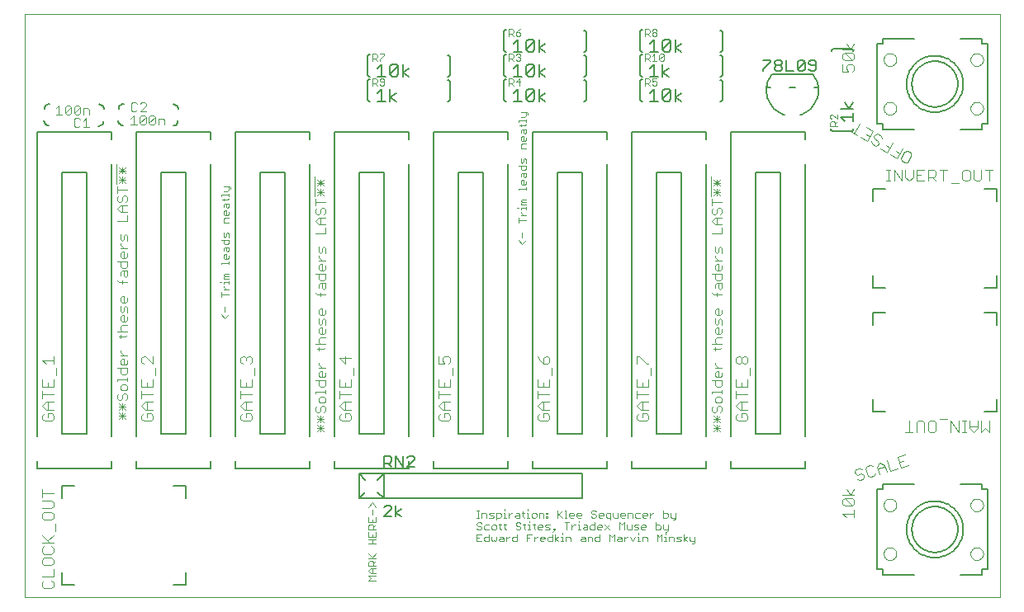
<source format=gto>
G75*
G70*
%OFA0B0*%
%FSLAX24Y24*%
%IPPOS*%
%LPD*%
%AMOC8*
5,1,8,0,0,1.08239X$1,22.5*
%
%ADD10C,0.0000*%
%ADD11C,0.0030*%
%ADD12C,0.0080*%
%ADD13C,0.0040*%
%ADD14C,0.0050*%
%ADD15C,0.0060*%
D10*
X000180Y000680D02*
X000180Y024251D01*
X039550Y024251D01*
X039550Y000680D01*
X000180Y000680D01*
D11*
X004010Y007882D02*
X004270Y008142D01*
X004270Y008269D02*
X004010Y008529D01*
X004010Y008656D02*
X004075Y008656D01*
X004140Y008721D01*
X004140Y008851D01*
X004205Y008916D01*
X004270Y008916D01*
X004335Y008851D01*
X004335Y008721D01*
X004270Y008656D01*
X004270Y008529D02*
X004010Y008269D01*
X004010Y008142D02*
X004270Y007882D01*
X004140Y007882D02*
X004140Y008142D01*
X004140Y008269D02*
X004140Y008529D01*
X004010Y008656D02*
X003945Y008721D01*
X003945Y008851D01*
X004010Y008916D01*
X004140Y009042D02*
X004270Y009042D01*
X004335Y009107D01*
X004335Y009238D01*
X004270Y009303D01*
X004140Y009303D01*
X004075Y009238D01*
X004075Y009107D01*
X004140Y009042D01*
X004335Y009429D02*
X004335Y009559D01*
X004335Y009494D02*
X003945Y009494D01*
X003945Y009429D01*
X004140Y009687D02*
X004075Y009752D01*
X004075Y009947D01*
X003945Y009947D02*
X004335Y009947D01*
X004335Y009752D01*
X004270Y009687D01*
X004140Y009687D01*
X004140Y010074D02*
X004075Y010139D01*
X004075Y010269D01*
X004140Y010334D01*
X004205Y010334D01*
X004205Y010074D01*
X004270Y010074D02*
X004140Y010074D01*
X004270Y010074D02*
X004335Y010139D01*
X004335Y010269D01*
X004335Y010460D02*
X004075Y010460D01*
X004205Y010460D02*
X004075Y010590D01*
X004075Y010656D01*
X004075Y011169D02*
X004075Y011300D01*
X004010Y011234D02*
X004270Y011234D01*
X004335Y011300D01*
X004335Y011427D02*
X003945Y011427D01*
X004075Y011492D02*
X004075Y011622D01*
X004140Y011687D01*
X004335Y011687D01*
X004270Y011814D02*
X004140Y011814D01*
X004075Y011879D01*
X004075Y012009D01*
X004140Y012074D01*
X004205Y012074D01*
X004205Y011814D01*
X004270Y011814D02*
X004335Y011879D01*
X004335Y012009D01*
X004335Y012201D02*
X004335Y012396D01*
X004270Y012461D01*
X004205Y012396D01*
X004205Y012266D01*
X004140Y012201D01*
X004075Y012266D01*
X004075Y012461D01*
X004140Y012587D02*
X004075Y012652D01*
X004075Y012783D01*
X004140Y012848D01*
X004205Y012848D01*
X004205Y012587D01*
X004270Y012587D02*
X004140Y012587D01*
X004270Y012587D02*
X004335Y012652D01*
X004335Y012783D01*
X004140Y013361D02*
X004140Y013491D01*
X004010Y013426D02*
X004335Y013426D01*
X004270Y013619D02*
X004205Y013684D01*
X004205Y013879D01*
X004140Y013879D02*
X004335Y013879D01*
X004335Y013684D01*
X004270Y013619D01*
X004075Y013684D02*
X004075Y013814D01*
X004140Y013879D01*
X004140Y014005D02*
X004075Y014070D01*
X004075Y014266D01*
X003945Y014266D02*
X004335Y014266D01*
X004335Y014070D01*
X004270Y014005D01*
X004140Y014005D01*
X004140Y014392D02*
X004075Y014457D01*
X004075Y014587D01*
X004140Y014652D01*
X004205Y014652D01*
X004205Y014392D01*
X004270Y014392D02*
X004140Y014392D01*
X004270Y014392D02*
X004335Y014457D01*
X004335Y014587D01*
X004335Y014779D02*
X004075Y014779D01*
X004205Y014779D02*
X004075Y014909D01*
X004075Y014974D01*
X004140Y015101D02*
X004075Y015166D01*
X004075Y015361D01*
X004205Y015296D02*
X004205Y015166D01*
X004140Y015101D01*
X004335Y015101D02*
X004335Y015296D01*
X004270Y015361D01*
X004205Y015296D01*
X004335Y015875D02*
X003945Y015875D01*
X004335Y015875D02*
X004335Y016135D01*
X004335Y016261D02*
X004075Y016261D01*
X003945Y016391D01*
X004075Y016522D01*
X004335Y016522D01*
X004270Y016648D02*
X004335Y016713D01*
X004335Y016843D01*
X004270Y016908D01*
X004205Y016908D01*
X004140Y016843D01*
X004140Y016713D01*
X004075Y016648D01*
X004010Y016648D01*
X003945Y016713D01*
X003945Y016843D01*
X004010Y016908D01*
X003945Y017035D02*
X003945Y017295D01*
X003885Y017407D02*
X003885Y018180D01*
X004010Y018068D02*
X004270Y017808D01*
X004270Y017682D02*
X004010Y017422D01*
X004010Y017552D02*
X004270Y017552D01*
X004270Y017422D02*
X004010Y017682D01*
X004010Y017808D02*
X004270Y018068D01*
X004270Y017938D02*
X004010Y017938D01*
X004140Y017808D02*
X004140Y018068D01*
X004140Y017682D02*
X004140Y017422D01*
X004335Y017165D02*
X003945Y017165D01*
X004140Y016522D02*
X004140Y016261D01*
X008125Y016905D02*
X008125Y016953D01*
X008415Y016953D01*
X008415Y016905D02*
X008415Y017002D01*
X008367Y017101D02*
X008415Y017150D01*
X008415Y017295D01*
X008463Y017295D02*
X008222Y017295D01*
X008222Y017101D02*
X008367Y017101D01*
X008512Y017198D02*
X008512Y017247D01*
X008463Y017295D01*
X008415Y016805D02*
X008367Y016757D01*
X008173Y016757D01*
X008222Y016709D02*
X008222Y016805D01*
X008270Y016607D02*
X008415Y016607D01*
X008415Y016462D01*
X008367Y016414D01*
X008318Y016462D01*
X008318Y016607D01*
X008270Y016607D02*
X008222Y016559D01*
X008222Y016462D01*
X008270Y016313D02*
X008318Y016313D01*
X008318Y016119D01*
X008270Y016119D02*
X008222Y016168D01*
X008222Y016264D01*
X008270Y016313D01*
X008415Y016264D02*
X008415Y016168D01*
X008367Y016119D01*
X008270Y016119D01*
X008270Y016018D02*
X008415Y016018D01*
X008270Y016018D02*
X008222Y015970D01*
X008222Y015825D01*
X008415Y015825D01*
X008367Y015429D02*
X008318Y015380D01*
X008318Y015284D01*
X008270Y015235D01*
X008222Y015284D01*
X008222Y015429D01*
X008367Y015429D02*
X008415Y015380D01*
X008415Y015235D01*
X008415Y015134D02*
X008415Y014989D01*
X008367Y014941D01*
X008270Y014941D01*
X008222Y014989D01*
X008222Y015134D01*
X008125Y015134D02*
X008415Y015134D01*
X008415Y014839D02*
X008415Y014694D01*
X008367Y014646D01*
X008318Y014694D01*
X008318Y014839D01*
X008270Y014839D02*
X008415Y014839D01*
X008270Y014839D02*
X008222Y014791D01*
X008222Y014694D01*
X008270Y014545D02*
X008318Y014545D01*
X008318Y014351D01*
X008270Y014351D02*
X008222Y014400D01*
X008222Y014496D01*
X008270Y014545D01*
X008415Y014496D02*
X008415Y014400D01*
X008367Y014351D01*
X008270Y014351D01*
X008415Y014252D02*
X008415Y014155D01*
X008415Y014203D02*
X008125Y014203D01*
X008125Y014155D01*
X008270Y013759D02*
X008415Y013759D01*
X008415Y013662D02*
X008270Y013662D01*
X008222Y013711D01*
X008270Y013759D01*
X008270Y013662D02*
X008222Y013614D01*
X008222Y013566D01*
X008415Y013566D01*
X008415Y013466D02*
X008415Y013369D01*
X008415Y013418D02*
X008222Y013418D01*
X008222Y013369D01*
X008222Y013269D02*
X008222Y013220D01*
X008318Y013124D01*
X008222Y013124D02*
X008415Y013124D01*
X008415Y012926D02*
X008125Y012926D01*
X008125Y013022D02*
X008125Y012829D01*
X008270Y012433D02*
X008270Y012240D01*
X008415Y012138D02*
X008270Y011945D01*
X008125Y012138D01*
X008076Y013418D02*
X008125Y013418D01*
X011945Y013766D02*
X012335Y013766D01*
X012335Y013570D01*
X012270Y013505D01*
X012140Y013505D01*
X012075Y013570D01*
X012075Y013766D01*
X012140Y013892D02*
X012075Y013957D01*
X012075Y014087D01*
X012140Y014152D01*
X012205Y014152D01*
X012205Y013892D01*
X012270Y013892D02*
X012140Y013892D01*
X012270Y013892D02*
X012335Y013957D01*
X012335Y014087D01*
X012335Y014279D02*
X012075Y014279D01*
X012205Y014279D02*
X012075Y014409D01*
X012075Y014474D01*
X012140Y014601D02*
X012075Y014666D01*
X012075Y014861D01*
X012205Y014796D02*
X012205Y014666D01*
X012140Y014601D01*
X012335Y014601D02*
X012335Y014796D01*
X012270Y014861D01*
X012205Y014796D01*
X012335Y015375D02*
X011945Y015375D01*
X012335Y015375D02*
X012335Y015635D01*
X012335Y015761D02*
X012075Y015761D01*
X011945Y015891D01*
X012075Y016022D01*
X012335Y016022D01*
X012270Y016148D02*
X012335Y016213D01*
X012335Y016343D01*
X012270Y016408D01*
X012205Y016408D01*
X012140Y016343D01*
X012140Y016213D01*
X012075Y016148D01*
X012010Y016148D01*
X011945Y016213D01*
X011945Y016343D01*
X012010Y016408D01*
X011945Y016535D02*
X011945Y016795D01*
X011885Y016907D02*
X011885Y017680D01*
X012010Y017568D02*
X012270Y017308D01*
X012270Y017182D02*
X012010Y016922D01*
X012010Y017052D02*
X012270Y017052D01*
X012270Y016922D02*
X012010Y017182D01*
X012010Y017308D02*
X012270Y017568D01*
X012270Y017438D02*
X012010Y017438D01*
X012140Y017308D02*
X012140Y017568D01*
X012140Y017182D02*
X012140Y016922D01*
X012335Y016665D02*
X011945Y016665D01*
X012140Y016022D02*
X012140Y015761D01*
X012140Y013379D02*
X012335Y013379D01*
X012335Y013184D01*
X012270Y013119D01*
X012205Y013184D01*
X012205Y013379D01*
X012140Y013379D02*
X012075Y013314D01*
X012075Y013184D01*
X012140Y012991D02*
X012140Y012861D01*
X012010Y012926D02*
X012335Y012926D01*
X012010Y012926D02*
X011945Y012991D01*
X012140Y012348D02*
X012205Y012348D01*
X012205Y012087D01*
X012270Y012087D02*
X012140Y012087D01*
X012075Y012152D01*
X012075Y012283D01*
X012140Y012348D01*
X012335Y012283D02*
X012335Y012152D01*
X012270Y012087D01*
X012270Y011961D02*
X012205Y011896D01*
X012205Y011766D01*
X012140Y011701D01*
X012075Y011766D01*
X012075Y011961D01*
X012270Y011961D02*
X012335Y011896D01*
X012335Y011701D01*
X012205Y011574D02*
X012205Y011314D01*
X012270Y011314D02*
X012140Y011314D01*
X012075Y011379D01*
X012075Y011509D01*
X012140Y011574D01*
X012205Y011574D01*
X012335Y011509D02*
X012335Y011379D01*
X012270Y011314D01*
X012335Y011187D02*
X012140Y011187D01*
X012075Y011122D01*
X012075Y010992D01*
X012140Y010927D01*
X012075Y010800D02*
X012075Y010669D01*
X012010Y010734D02*
X012270Y010734D01*
X012335Y010800D01*
X012335Y010927D02*
X011945Y010927D01*
X012075Y010156D02*
X012075Y010090D01*
X012205Y009960D01*
X012205Y009834D02*
X012205Y009574D01*
X012270Y009574D02*
X012140Y009574D01*
X012075Y009639D01*
X012075Y009769D01*
X012140Y009834D01*
X012205Y009834D01*
X012335Y009769D02*
X012335Y009639D01*
X012270Y009574D01*
X012335Y009447D02*
X012335Y009252D01*
X012270Y009187D01*
X012140Y009187D01*
X012075Y009252D01*
X012075Y009447D01*
X011945Y009447D02*
X012335Y009447D01*
X012335Y009059D02*
X012335Y008929D01*
X012335Y008994D02*
X011945Y008994D01*
X011945Y008929D01*
X012075Y008738D02*
X012075Y008607D01*
X012140Y008542D01*
X012270Y008542D01*
X012335Y008607D01*
X012335Y008738D01*
X012270Y008803D01*
X012140Y008803D01*
X012075Y008738D01*
X012010Y008416D02*
X011945Y008351D01*
X011945Y008221D01*
X012010Y008156D01*
X012075Y008156D01*
X012140Y008221D01*
X012140Y008351D01*
X012205Y008416D01*
X012270Y008416D01*
X012335Y008351D01*
X012335Y008221D01*
X012270Y008156D01*
X012270Y008029D02*
X012010Y007769D01*
X012010Y007642D02*
X012270Y007382D01*
X012140Y007382D02*
X012140Y007642D01*
X012140Y007769D02*
X012140Y008029D01*
X012010Y008029D02*
X012270Y007769D01*
X012270Y007642D02*
X012010Y007382D01*
X012010Y007512D02*
X012270Y007512D01*
X012270Y007899D02*
X012010Y007899D01*
X012075Y009960D02*
X012335Y009960D01*
X004270Y008399D02*
X004010Y008399D01*
X004010Y008012D02*
X004270Y008012D01*
X004140Y011427D02*
X004075Y011492D01*
X004010Y013426D02*
X003945Y013491D01*
X014219Y021364D02*
X014219Y021654D01*
X014364Y021654D01*
X014413Y021606D01*
X014413Y021509D01*
X014364Y021461D01*
X014219Y021461D01*
X014316Y021461D02*
X014413Y021364D01*
X014514Y021412D02*
X014562Y021364D01*
X014659Y021364D01*
X014707Y021412D01*
X014707Y021606D01*
X014659Y021654D01*
X014562Y021654D01*
X014514Y021606D01*
X014514Y021557D01*
X014562Y021509D01*
X014707Y021509D01*
X014514Y022364D02*
X014514Y022412D01*
X014707Y022606D01*
X014707Y022654D01*
X014514Y022654D01*
X014413Y022606D02*
X014413Y022509D01*
X014364Y022461D01*
X014219Y022461D01*
X014316Y022461D02*
X014413Y022364D01*
X014219Y022364D02*
X014219Y022654D01*
X014364Y022654D01*
X014413Y022606D01*
X019719Y022654D02*
X019719Y022364D01*
X019719Y022461D02*
X019864Y022461D01*
X019913Y022509D01*
X019913Y022606D01*
X019864Y022654D01*
X019719Y022654D01*
X019816Y022461D02*
X019913Y022364D01*
X020014Y022412D02*
X020062Y022364D01*
X020159Y022364D01*
X020207Y022412D01*
X020207Y022461D01*
X020159Y022509D01*
X020111Y022509D01*
X020159Y022509D02*
X020207Y022557D01*
X020207Y022606D01*
X020159Y022654D01*
X020062Y022654D01*
X020014Y022606D01*
X020062Y023364D02*
X020159Y023364D01*
X020207Y023412D01*
X020207Y023461D01*
X020159Y023509D01*
X020014Y023509D01*
X020014Y023412D01*
X020062Y023364D01*
X019913Y023364D02*
X019816Y023461D01*
X019864Y023461D02*
X019719Y023461D01*
X019719Y023364D02*
X019719Y023654D01*
X019864Y023654D01*
X019913Y023606D01*
X019913Y023509D01*
X019864Y023461D01*
X020014Y023509D02*
X020111Y023606D01*
X020207Y023654D01*
X020159Y021654D02*
X020014Y021509D01*
X020207Y021509D01*
X020159Y021364D02*
X020159Y021654D01*
X019913Y021606D02*
X019913Y021509D01*
X019864Y021461D01*
X019719Y021461D01*
X019816Y021461D02*
X019913Y021364D01*
X019719Y021364D02*
X019719Y021654D01*
X019864Y021654D01*
X019913Y021606D01*
X020222Y020295D02*
X020463Y020295D01*
X020512Y020247D01*
X020512Y020198D01*
X020415Y020150D02*
X020367Y020101D01*
X020222Y020101D01*
X020125Y019953D02*
X020415Y019953D01*
X020415Y019905D02*
X020415Y020002D01*
X020415Y020150D02*
X020415Y020295D01*
X020125Y019953D02*
X020125Y019905D01*
X020222Y019805D02*
X020222Y019709D01*
X020173Y019757D02*
X020367Y019757D01*
X020415Y019805D01*
X020415Y019607D02*
X020415Y019462D01*
X020367Y019414D01*
X020318Y019462D01*
X020318Y019607D01*
X020270Y019607D02*
X020415Y019607D01*
X020270Y019607D02*
X020222Y019559D01*
X020222Y019462D01*
X020270Y019313D02*
X020318Y019313D01*
X020318Y019119D01*
X020270Y019119D02*
X020222Y019168D01*
X020222Y019264D01*
X020270Y019313D01*
X020415Y019264D02*
X020415Y019168D01*
X020367Y019119D01*
X020270Y019119D01*
X020270Y019018D02*
X020415Y019018D01*
X020270Y019018D02*
X020222Y018970D01*
X020222Y018825D01*
X020415Y018825D01*
X020367Y018429D02*
X020318Y018380D01*
X020318Y018284D01*
X020270Y018235D01*
X020222Y018284D01*
X020222Y018429D01*
X020367Y018429D02*
X020415Y018380D01*
X020415Y018235D01*
X020415Y018134D02*
X020415Y017989D01*
X020367Y017941D01*
X020270Y017941D01*
X020222Y017989D01*
X020222Y018134D01*
X020125Y018134D02*
X020415Y018134D01*
X020415Y017839D02*
X020415Y017694D01*
X020367Y017646D01*
X020318Y017694D01*
X020318Y017839D01*
X020270Y017839D02*
X020415Y017839D01*
X020270Y017839D02*
X020222Y017791D01*
X020222Y017694D01*
X020270Y017545D02*
X020318Y017545D01*
X020318Y017351D01*
X020270Y017351D02*
X020222Y017400D01*
X020222Y017496D01*
X020270Y017545D01*
X020415Y017496D02*
X020415Y017400D01*
X020367Y017351D01*
X020270Y017351D01*
X020415Y017252D02*
X020415Y017155D01*
X020415Y017203D02*
X020125Y017203D01*
X020125Y017155D01*
X020270Y016759D02*
X020415Y016759D01*
X020415Y016662D02*
X020270Y016662D01*
X020222Y016711D01*
X020270Y016759D01*
X020270Y016662D02*
X020222Y016614D01*
X020222Y016566D01*
X020415Y016566D01*
X020415Y016466D02*
X020415Y016369D01*
X020415Y016418D02*
X020222Y016418D01*
X020222Y016369D01*
X020222Y016269D02*
X020222Y016220D01*
X020318Y016124D01*
X020222Y016124D02*
X020415Y016124D01*
X020415Y015926D02*
X020125Y015926D01*
X020125Y016022D02*
X020125Y015829D01*
X020270Y015433D02*
X020270Y015240D01*
X020415Y015138D02*
X020270Y014945D01*
X020125Y015138D01*
X020076Y016418D02*
X020125Y016418D01*
X025219Y021364D02*
X025219Y021654D01*
X025364Y021654D01*
X025413Y021606D01*
X025413Y021509D01*
X025364Y021461D01*
X025219Y021461D01*
X025316Y021461D02*
X025413Y021364D01*
X025514Y021412D02*
X025562Y021364D01*
X025659Y021364D01*
X025707Y021412D01*
X025707Y021509D01*
X025659Y021557D01*
X025611Y021557D01*
X025514Y021509D01*
X025514Y021654D01*
X025707Y021654D01*
X025707Y022364D02*
X025514Y022364D01*
X025611Y022364D02*
X025611Y022654D01*
X025514Y022557D01*
X025413Y022509D02*
X025364Y022461D01*
X025219Y022461D01*
X025316Y022461D02*
X025413Y022364D01*
X025413Y022509D02*
X025413Y022606D01*
X025364Y022654D01*
X025219Y022654D01*
X025219Y022364D01*
X025809Y022412D02*
X025857Y022364D01*
X025954Y022364D01*
X026002Y022412D01*
X026002Y022606D01*
X025809Y022412D01*
X025809Y022606D01*
X025857Y022654D01*
X025954Y022654D01*
X026002Y022606D01*
X025659Y023364D02*
X025562Y023364D01*
X025514Y023412D01*
X025514Y023461D01*
X025562Y023509D01*
X025659Y023509D01*
X025707Y023461D01*
X025707Y023412D01*
X025659Y023364D01*
X025659Y023509D02*
X025707Y023557D01*
X025707Y023606D01*
X025659Y023654D01*
X025562Y023654D01*
X025514Y023606D01*
X025514Y023557D01*
X025562Y023509D01*
X025413Y023509D02*
X025364Y023461D01*
X025219Y023461D01*
X025316Y023461D02*
X025413Y023364D01*
X025413Y023509D02*
X025413Y023606D01*
X025364Y023654D01*
X025219Y023654D01*
X025219Y023364D01*
X032706Y020159D02*
X032706Y020062D01*
X032754Y020014D01*
X032754Y019913D02*
X032851Y019913D01*
X032899Y019864D01*
X032899Y019719D01*
X032899Y019816D02*
X032996Y019913D01*
X032996Y020014D02*
X032803Y020207D01*
X032754Y020207D01*
X032706Y020159D01*
X032754Y019913D02*
X032706Y019864D01*
X032706Y019719D01*
X032996Y019719D01*
X032996Y020014D02*
X032996Y020207D01*
X028270Y017568D02*
X028010Y017308D01*
X028010Y017182D02*
X028270Y016922D01*
X028270Y017052D02*
X028010Y017052D01*
X028010Y016922D02*
X028270Y017182D01*
X028270Y017308D02*
X028010Y017568D01*
X028010Y017438D02*
X028270Y017438D01*
X028140Y017308D02*
X028140Y017568D01*
X027885Y017680D02*
X027885Y016907D01*
X027945Y016795D02*
X027945Y016535D01*
X027945Y016665D02*
X028335Y016665D01*
X028270Y016408D02*
X028335Y016343D01*
X028335Y016213D01*
X028270Y016148D01*
X028335Y016022D02*
X028075Y016022D01*
X027945Y015891D01*
X028075Y015761D01*
X028335Y015761D01*
X028335Y015635D02*
X028335Y015375D01*
X027945Y015375D01*
X028140Y015761D02*
X028140Y016022D01*
X028075Y016148D02*
X028140Y016213D01*
X028140Y016343D01*
X028205Y016408D01*
X028270Y016408D01*
X028010Y016408D02*
X027945Y016343D01*
X027945Y016213D01*
X028010Y016148D01*
X028075Y016148D01*
X028140Y016922D02*
X028140Y017182D01*
X028075Y014861D02*
X028075Y014666D01*
X028140Y014601D01*
X028205Y014666D01*
X028205Y014796D01*
X028270Y014861D01*
X028335Y014796D01*
X028335Y014601D01*
X028075Y014474D02*
X028075Y014409D01*
X028205Y014279D01*
X028205Y014152D02*
X028205Y013892D01*
X028270Y013892D02*
X028140Y013892D01*
X028075Y013957D01*
X028075Y014087D01*
X028140Y014152D01*
X028205Y014152D01*
X028335Y014087D02*
X028335Y013957D01*
X028270Y013892D01*
X028335Y013766D02*
X028335Y013570D01*
X028270Y013505D01*
X028140Y013505D01*
X028075Y013570D01*
X028075Y013766D01*
X027945Y013766D02*
X028335Y013766D01*
X028335Y013379D02*
X028335Y013184D01*
X028270Y013119D01*
X028205Y013184D01*
X028205Y013379D01*
X028140Y013379D02*
X028335Y013379D01*
X028140Y013379D02*
X028075Y013314D01*
X028075Y013184D01*
X028140Y012991D02*
X028140Y012861D01*
X028010Y012926D02*
X028335Y012926D01*
X028010Y012926D02*
X027945Y012991D01*
X028140Y012348D02*
X028075Y012283D01*
X028075Y012152D01*
X028140Y012087D01*
X028270Y012087D01*
X028335Y012152D01*
X028335Y012283D01*
X028205Y012348D02*
X028205Y012087D01*
X028270Y011961D02*
X028205Y011896D01*
X028205Y011766D01*
X028140Y011701D01*
X028075Y011766D01*
X028075Y011961D01*
X028270Y011961D02*
X028335Y011896D01*
X028335Y011701D01*
X028205Y011574D02*
X028205Y011314D01*
X028270Y011314D02*
X028140Y011314D01*
X028075Y011379D01*
X028075Y011509D01*
X028140Y011574D01*
X028205Y011574D01*
X028335Y011509D02*
X028335Y011379D01*
X028270Y011314D01*
X028335Y011187D02*
X028140Y011187D01*
X028075Y011122D01*
X028075Y010992D01*
X028140Y010927D01*
X028075Y010800D02*
X028075Y010669D01*
X028010Y010734D02*
X028270Y010734D01*
X028335Y010800D01*
X028335Y010927D02*
X027945Y010927D01*
X028075Y010156D02*
X028075Y010090D01*
X028205Y009960D01*
X028205Y009834D02*
X028205Y009574D01*
X028270Y009574D02*
X028140Y009574D01*
X028075Y009639D01*
X028075Y009769D01*
X028140Y009834D01*
X028205Y009834D01*
X028335Y009769D02*
X028335Y009639D01*
X028270Y009574D01*
X028335Y009447D02*
X028335Y009252D01*
X028270Y009187D01*
X028140Y009187D01*
X028075Y009252D01*
X028075Y009447D01*
X027945Y009447D02*
X028335Y009447D01*
X028335Y009059D02*
X028335Y008929D01*
X028335Y008994D02*
X027945Y008994D01*
X027945Y008929D01*
X028075Y008738D02*
X028075Y008607D01*
X028140Y008542D01*
X028270Y008542D01*
X028335Y008607D01*
X028335Y008738D01*
X028270Y008803D01*
X028140Y008803D01*
X028075Y008738D01*
X028010Y008416D02*
X027945Y008351D01*
X027945Y008221D01*
X028010Y008156D01*
X028075Y008156D01*
X028140Y008221D01*
X028140Y008351D01*
X028205Y008416D01*
X028270Y008416D01*
X028335Y008351D01*
X028335Y008221D01*
X028270Y008156D01*
X028270Y008029D02*
X028010Y007769D01*
X028010Y007642D02*
X028270Y007382D01*
X028140Y007382D02*
X028140Y007642D01*
X028140Y007769D02*
X028140Y008029D01*
X028010Y008029D02*
X028270Y007769D01*
X028270Y007642D02*
X028010Y007382D01*
X028010Y007512D02*
X028270Y007512D01*
X028270Y007899D02*
X028010Y007899D01*
X028075Y009960D02*
X028335Y009960D01*
X028205Y012348D02*
X028140Y012348D01*
X028075Y014279D02*
X028335Y014279D01*
X014360Y004319D02*
X014215Y004513D01*
X014070Y004319D01*
X014215Y004218D02*
X014215Y004024D01*
X014360Y003923D02*
X014360Y003730D01*
X014070Y003730D01*
X014070Y003923D01*
X014215Y003826D02*
X014215Y003730D01*
X014215Y003629D02*
X014263Y003580D01*
X014263Y003435D01*
X014263Y003532D02*
X014360Y003629D01*
X014215Y003629D02*
X014118Y003629D01*
X014070Y003580D01*
X014070Y003435D01*
X014360Y003435D01*
X014360Y003334D02*
X014360Y003140D01*
X014070Y003140D01*
X014070Y003334D01*
X014215Y003237D02*
X014215Y003140D01*
X014215Y003039D02*
X014215Y002846D01*
X014360Y002846D02*
X014070Y002846D01*
X014070Y003039D02*
X014360Y003039D01*
X014360Y002450D02*
X014215Y002305D01*
X014263Y002256D02*
X014070Y002450D01*
X014070Y002256D02*
X014360Y002256D01*
X014360Y002155D02*
X014263Y002059D01*
X014263Y002107D02*
X014263Y001962D01*
X014360Y001962D02*
X014070Y001962D01*
X014070Y002107D01*
X014118Y002155D01*
X014215Y002155D01*
X014263Y002107D01*
X014215Y001861D02*
X014215Y001667D01*
X014167Y001667D02*
X014070Y001764D01*
X014167Y001861D01*
X014360Y001861D01*
X014360Y001667D02*
X014167Y001667D01*
X014070Y001566D02*
X014360Y001566D01*
X014360Y001373D02*
X014070Y001373D01*
X014167Y001469D01*
X014070Y001566D01*
X018445Y002945D02*
X018638Y002945D01*
X018740Y002993D02*
X018788Y002945D01*
X018933Y002945D01*
X018933Y003235D01*
X018933Y003138D02*
X018788Y003138D01*
X018740Y003090D01*
X018740Y002993D01*
X018542Y003090D02*
X018445Y003090D01*
X018445Y003235D02*
X018445Y002945D01*
X018445Y003235D02*
X018638Y003235D01*
X018590Y003425D02*
X018493Y003425D01*
X018445Y003473D01*
X018493Y003570D02*
X018445Y003618D01*
X018445Y003667D01*
X018493Y003715D01*
X018590Y003715D01*
X018638Y003667D01*
X018590Y003570D02*
X018638Y003522D01*
X018638Y003473D01*
X018590Y003425D01*
X018590Y003570D02*
X018493Y003570D01*
X018740Y003570D02*
X018740Y003473D01*
X018788Y003425D01*
X018933Y003425D01*
X019034Y003473D02*
X019083Y003425D01*
X019179Y003425D01*
X019228Y003473D01*
X019228Y003570D01*
X019179Y003618D01*
X019083Y003618D01*
X019034Y003570D01*
X019034Y003473D01*
X018933Y003618D02*
X018788Y003618D01*
X018740Y003570D01*
X018835Y003905D02*
X018835Y004050D01*
X018787Y004098D01*
X018641Y004098D01*
X018641Y003905D01*
X018542Y003905D02*
X018445Y003905D01*
X018493Y003905D02*
X018493Y004195D01*
X018445Y004195D02*
X018542Y004195D01*
X018936Y004050D02*
X018984Y004098D01*
X019130Y004098D01*
X019231Y004098D02*
X019376Y004098D01*
X019424Y004050D01*
X019424Y003953D01*
X019376Y003905D01*
X019231Y003905D01*
X019231Y003808D02*
X019231Y004098D01*
X019130Y003953D02*
X019081Y004002D01*
X018984Y004002D01*
X018936Y004050D01*
X018936Y003905D02*
X019081Y003905D01*
X019130Y003953D01*
X019377Y003667D02*
X019377Y003473D01*
X019426Y003425D01*
X019574Y003473D02*
X019622Y003425D01*
X019574Y003473D02*
X019574Y003667D01*
X019622Y003618D02*
X019525Y003618D01*
X019426Y003618D02*
X019329Y003618D01*
X019525Y003905D02*
X019622Y003905D01*
X019574Y003905D02*
X019574Y004098D01*
X019525Y004098D01*
X019574Y004195D02*
X019574Y004244D01*
X019722Y004098D02*
X019722Y003905D01*
X019722Y004002D02*
X019819Y004098D01*
X019867Y004098D01*
X020016Y004098D02*
X020112Y004098D01*
X020161Y004050D01*
X020161Y003905D01*
X020016Y003905D01*
X019967Y003953D01*
X020016Y004002D01*
X020161Y004002D01*
X020262Y004098D02*
X020359Y004098D01*
X020310Y004147D02*
X020310Y003953D01*
X020359Y003905D01*
X020458Y003905D02*
X020555Y003905D01*
X020507Y003905D02*
X020507Y004098D01*
X020458Y004098D01*
X020507Y004195D02*
X020507Y004244D01*
X020655Y004050D02*
X020655Y003953D01*
X020703Y003905D01*
X020800Y003905D01*
X020848Y003953D01*
X020848Y004050D01*
X020800Y004098D01*
X020703Y004098D01*
X020655Y004050D01*
X020950Y004098D02*
X020950Y003905D01*
X021143Y003905D02*
X021143Y004050D01*
X021095Y004098D01*
X020950Y004098D01*
X021244Y004098D02*
X021244Y004050D01*
X021293Y004050D01*
X021293Y004098D01*
X021244Y004098D01*
X021244Y003953D02*
X021244Y003905D01*
X021293Y003905D01*
X021293Y003953D01*
X021244Y003953D01*
X021243Y003618D02*
X021389Y003618D01*
X021340Y003522D02*
X021243Y003522D01*
X021195Y003570D01*
X021243Y003618D01*
X021340Y003522D02*
X021389Y003473D01*
X021340Y003425D01*
X021195Y003425D01*
X021094Y003522D02*
X020900Y003522D01*
X020900Y003570D02*
X020949Y003618D01*
X021046Y003618D01*
X021094Y003570D01*
X021094Y003522D01*
X021046Y003425D02*
X020949Y003425D01*
X020900Y003473D01*
X020900Y003570D01*
X020801Y003618D02*
X020704Y003618D01*
X020752Y003667D02*
X020752Y003473D01*
X020801Y003425D01*
X020604Y003425D02*
X020508Y003425D01*
X020556Y003425D02*
X020556Y003618D01*
X020508Y003618D01*
X020408Y003618D02*
X020311Y003618D01*
X020360Y003667D02*
X020360Y003473D01*
X020408Y003425D01*
X020458Y003235D02*
X020652Y003235D01*
X020753Y003138D02*
X020753Y002945D01*
X020753Y003042D02*
X020850Y003138D01*
X020898Y003138D01*
X020999Y003090D02*
X021047Y003138D01*
X021144Y003138D01*
X021192Y003090D01*
X021192Y003042D01*
X020999Y003042D01*
X020999Y003090D02*
X020999Y002993D01*
X021047Y002945D01*
X021144Y002945D01*
X021293Y002993D02*
X021293Y003090D01*
X021342Y003138D01*
X021487Y003138D01*
X021487Y003235D02*
X021487Y002945D01*
X021342Y002945D01*
X021293Y002993D01*
X021588Y002945D02*
X021588Y003235D01*
X021490Y003328D02*
X021586Y003425D01*
X021538Y003425D01*
X021538Y003473D01*
X021586Y003473D01*
X021586Y003425D01*
X021733Y003138D02*
X021588Y003042D01*
X021733Y002945D01*
X021833Y002945D02*
X021930Y002945D01*
X021882Y002945D02*
X021882Y003138D01*
X021833Y003138D01*
X021882Y003235D02*
X021882Y003284D01*
X022030Y003138D02*
X022175Y003138D01*
X022223Y003090D01*
X022223Y002945D01*
X022030Y002945D02*
X022030Y003138D01*
X022078Y003425D02*
X022078Y003715D01*
X022174Y003715D02*
X021981Y003715D01*
X021981Y003905D02*
X022078Y003905D01*
X022029Y003905D02*
X022029Y004195D01*
X021981Y004195D01*
X021880Y004195D02*
X021686Y004002D01*
X021735Y004050D02*
X021880Y003905D01*
X021686Y003905D02*
X021686Y004195D01*
X022177Y004050D02*
X022177Y003953D01*
X022226Y003905D01*
X022322Y003905D01*
X022371Y004002D02*
X022177Y004002D01*
X022177Y004050D02*
X022226Y004098D01*
X022322Y004098D01*
X022371Y004050D01*
X022371Y004002D01*
X022472Y004002D02*
X022665Y004002D01*
X022665Y004050D01*
X022617Y004098D01*
X022520Y004098D01*
X022472Y004050D01*
X022472Y003953D01*
X022520Y003905D01*
X022617Y003905D01*
X022569Y003764D02*
X022569Y003715D01*
X022569Y003618D02*
X022569Y003425D01*
X022521Y003425D02*
X022618Y003425D01*
X022717Y003473D02*
X022766Y003522D01*
X022911Y003522D01*
X022911Y003570D02*
X022911Y003425D01*
X022766Y003425D01*
X022717Y003473D01*
X022766Y003618D02*
X022863Y003618D01*
X022911Y003570D01*
X023012Y003570D02*
X023060Y003618D01*
X023206Y003618D01*
X023206Y003715D02*
X023206Y003425D01*
X023060Y003425D01*
X023012Y003473D01*
X023012Y003570D01*
X023307Y003570D02*
X023307Y003473D01*
X023355Y003425D01*
X023452Y003425D01*
X023500Y003522D02*
X023307Y003522D01*
X023307Y003570D02*
X023355Y003618D01*
X023452Y003618D01*
X023500Y003570D01*
X023500Y003522D01*
X023601Y003618D02*
X023795Y003425D01*
X023798Y003235D02*
X023895Y003138D01*
X023991Y003235D01*
X023991Y002945D01*
X024092Y002993D02*
X024141Y003042D01*
X024286Y003042D01*
X024286Y003090D02*
X024286Y002945D01*
X024141Y002945D01*
X024092Y002993D01*
X024141Y003138D02*
X024238Y003138D01*
X024286Y003090D01*
X024387Y003042D02*
X024484Y003138D01*
X024532Y003138D01*
X024633Y003138D02*
X024729Y002945D01*
X024826Y003138D01*
X024927Y003138D02*
X024976Y003138D01*
X024976Y002945D01*
X025024Y002945D02*
X024927Y002945D01*
X025124Y002945D02*
X025124Y003138D01*
X025269Y003138D01*
X025317Y003090D01*
X025317Y002945D01*
X025713Y002945D02*
X025713Y003235D01*
X025810Y003138D01*
X025907Y003235D01*
X025907Y002945D01*
X026008Y002945D02*
X026104Y002945D01*
X026056Y002945D02*
X026056Y003138D01*
X026008Y003138D01*
X026056Y003235D02*
X026056Y003284D01*
X026055Y003328D02*
X026104Y003328D01*
X026152Y003377D01*
X026152Y003618D01*
X026152Y003425D02*
X026007Y003425D01*
X025959Y003473D01*
X025959Y003618D01*
X025857Y003570D02*
X025809Y003618D01*
X025664Y003618D01*
X025664Y003715D02*
X025664Y003425D01*
X025809Y003425D01*
X025857Y003473D01*
X025857Y003570D01*
X025959Y003905D02*
X026104Y003905D01*
X026152Y003953D01*
X026152Y004050D01*
X026104Y004098D01*
X025959Y004098D01*
X025959Y004195D02*
X025959Y003905D01*
X026253Y003953D02*
X026253Y004098D01*
X026253Y003953D02*
X026302Y003905D01*
X026447Y003905D01*
X026447Y003857D02*
X026398Y003808D01*
X026350Y003808D01*
X026447Y003857D02*
X026447Y004098D01*
X025564Y004098D02*
X025515Y004098D01*
X025418Y004002D01*
X025418Y004098D02*
X025418Y003905D01*
X025317Y004002D02*
X025124Y004002D01*
X025124Y004050D02*
X025172Y004098D01*
X025269Y004098D01*
X025317Y004050D01*
X025317Y004002D01*
X025269Y003905D02*
X025172Y003905D01*
X025124Y003953D01*
X025124Y004050D01*
X025023Y004098D02*
X024877Y004098D01*
X024829Y004050D01*
X024829Y003953D01*
X024877Y003905D01*
X025023Y003905D01*
X024974Y003618D02*
X024828Y003618D01*
X024780Y003570D01*
X024828Y003522D01*
X024925Y003522D01*
X024974Y003473D01*
X024925Y003425D01*
X024780Y003425D01*
X024679Y003425D02*
X024679Y003618D01*
X024679Y003425D02*
X024534Y003425D01*
X024485Y003473D01*
X024485Y003618D01*
X024384Y003715D02*
X024384Y003425D01*
X024191Y003425D02*
X024191Y003715D01*
X024287Y003618D01*
X024384Y003715D01*
X024385Y003905D02*
X024288Y003905D01*
X024240Y003953D01*
X024240Y004050D01*
X024288Y004098D01*
X024385Y004098D01*
X024433Y004050D01*
X024433Y004002D01*
X024240Y004002D01*
X024139Y004098D02*
X024139Y003905D01*
X023994Y003905D01*
X023945Y003953D01*
X023945Y004098D01*
X023844Y004098D02*
X023699Y004098D01*
X023651Y004050D01*
X023651Y003953D01*
X023699Y003905D01*
X023844Y003905D01*
X023844Y003808D02*
X023844Y004098D01*
X023549Y004050D02*
X023549Y004002D01*
X023356Y004002D01*
X023356Y004050D02*
X023404Y004098D01*
X023501Y004098D01*
X023549Y004050D01*
X023501Y003905D02*
X023404Y003905D01*
X023356Y003953D01*
X023356Y004050D01*
X023255Y004002D02*
X023255Y003953D01*
X023206Y003905D01*
X023110Y003905D01*
X023061Y003953D01*
X023110Y004050D02*
X023206Y004050D01*
X023255Y004002D01*
X023255Y004147D02*
X023206Y004195D01*
X023110Y004195D01*
X023061Y004147D01*
X023061Y004098D01*
X023110Y004050D01*
X022569Y003618D02*
X022521Y003618D01*
X022421Y003618D02*
X022372Y003618D01*
X022275Y003522D01*
X022275Y003618D02*
X022275Y003425D01*
X022668Y003138D02*
X022764Y003138D01*
X022813Y003090D01*
X022813Y002945D01*
X022668Y002945D01*
X022619Y002993D01*
X022668Y003042D01*
X022813Y003042D01*
X022914Y003138D02*
X022914Y002945D01*
X023107Y002945D02*
X023107Y003090D01*
X023059Y003138D01*
X022914Y003138D01*
X023209Y003090D02*
X023257Y003138D01*
X023402Y003138D01*
X023402Y003235D02*
X023402Y002945D01*
X023257Y002945D01*
X023209Y002993D01*
X023209Y003090D01*
X023601Y003425D02*
X023795Y003618D01*
X023798Y003235D02*
X023798Y002945D01*
X024387Y002945D02*
X024387Y003138D01*
X024976Y003235D02*
X024976Y003284D01*
X025123Y003425D02*
X025075Y003473D01*
X025075Y003570D01*
X025123Y003618D01*
X025220Y003618D01*
X025268Y003570D01*
X025268Y003522D01*
X025075Y003522D01*
X025123Y003425D02*
X025220Y003425D01*
X024728Y003905D02*
X024728Y004050D01*
X024680Y004098D01*
X024534Y004098D01*
X024534Y003905D01*
X026204Y003138D02*
X026204Y002945D01*
X026204Y003138D02*
X026349Y003138D01*
X026398Y003090D01*
X026398Y002945D01*
X026499Y002945D02*
X026644Y002945D01*
X026692Y002993D01*
X026644Y003042D01*
X026547Y003042D01*
X026499Y003090D01*
X026547Y003138D01*
X026692Y003138D01*
X026793Y003042D02*
X026939Y003138D01*
X027039Y003138D02*
X027039Y002993D01*
X027087Y002945D01*
X027233Y002945D01*
X027233Y002897D02*
X027184Y002848D01*
X027136Y002848D01*
X027233Y002897D02*
X027233Y003138D01*
X026939Y002945D02*
X026793Y003042D01*
X026793Y002945D02*
X026793Y003235D01*
X020555Y003090D02*
X020458Y003090D01*
X020458Y002945D02*
X020458Y003235D01*
X020210Y003473D02*
X020210Y003522D01*
X020162Y003570D01*
X020065Y003570D01*
X020016Y003618D01*
X020016Y003667D01*
X020065Y003715D01*
X020162Y003715D01*
X020210Y003667D01*
X020210Y003473D02*
X020162Y003425D01*
X020065Y003425D01*
X020016Y003473D01*
X020063Y003235D02*
X020063Y002945D01*
X019918Y002945D01*
X019869Y002993D01*
X019869Y003090D01*
X019918Y003138D01*
X020063Y003138D01*
X019769Y003138D02*
X019720Y003138D01*
X019624Y003042D01*
X019624Y003138D02*
X019624Y002945D01*
X019522Y002945D02*
X019377Y002945D01*
X019329Y002993D01*
X019377Y003042D01*
X019522Y003042D01*
X019522Y003090D02*
X019522Y002945D01*
X019522Y003090D02*
X019474Y003138D01*
X019377Y003138D01*
X019228Y003138D02*
X019228Y002993D01*
X019179Y002945D01*
X019131Y002993D01*
X019083Y002945D01*
X019034Y002993D01*
X019034Y003138D01*
X020556Y003715D02*
X020556Y003764D01*
D12*
X020680Y005877D02*
X020680Y006180D01*
X020680Y005877D02*
X023680Y005877D01*
X023680Y006180D01*
X024680Y006180D02*
X024680Y005877D01*
X027680Y005877D01*
X027680Y006180D01*
X028680Y006180D02*
X028680Y005877D01*
X031680Y005877D01*
X031680Y006180D01*
X031680Y007180D02*
X031680Y018180D01*
X030680Y017861D02*
X030680Y007302D01*
X029680Y007302D01*
X029680Y017861D01*
X030680Y017861D01*
X031680Y019180D02*
X031680Y019483D01*
X028680Y019483D01*
X028680Y007180D01*
X027680Y007180D02*
X027680Y018180D01*
X026680Y017861D02*
X026680Y007302D01*
X025680Y007302D01*
X025680Y017861D01*
X026680Y017861D01*
X027680Y019180D02*
X027680Y019483D01*
X024680Y019483D01*
X024680Y007180D01*
X023680Y007180D02*
X023680Y018180D01*
X022680Y017861D02*
X022680Y007302D01*
X021680Y007302D01*
X021680Y017861D01*
X022680Y017861D01*
X023680Y019180D02*
X023680Y019483D01*
X020680Y019483D01*
X020680Y007180D01*
X019680Y007180D02*
X019680Y018180D01*
X018680Y017861D02*
X018680Y007302D01*
X017680Y007302D01*
X017680Y017861D01*
X018680Y017861D01*
X019680Y019180D02*
X019680Y019483D01*
X016680Y019483D01*
X016680Y007180D01*
X015680Y007180D02*
X015680Y018180D01*
X014680Y017861D02*
X014680Y007302D01*
X013680Y007302D01*
X013680Y017861D01*
X014680Y017861D01*
X015680Y019180D02*
X015680Y019483D01*
X012680Y019483D01*
X012680Y007180D01*
X011680Y007180D02*
X011680Y018180D01*
X010680Y017861D02*
X010680Y007302D01*
X009680Y007302D01*
X009680Y017861D01*
X010680Y017861D01*
X011680Y019180D02*
X011680Y019483D01*
X008680Y019483D01*
X008680Y007180D01*
X007680Y007180D02*
X007680Y018180D01*
X006680Y017861D02*
X006680Y007302D01*
X005680Y007302D01*
X005680Y017861D01*
X006680Y017861D01*
X007680Y019180D02*
X007680Y019483D01*
X004680Y019483D01*
X004680Y007180D01*
X003680Y007180D02*
X003680Y018180D01*
X002680Y017861D02*
X002680Y007302D01*
X001680Y007302D01*
X001680Y017861D01*
X002680Y017861D01*
X003680Y019180D02*
X003680Y019483D01*
X000680Y019483D01*
X000680Y007180D01*
X000680Y006180D02*
X000680Y005877D01*
X003680Y005877D01*
X003680Y006180D01*
X004680Y006180D02*
X004680Y005877D01*
X007680Y005877D01*
X007680Y006180D01*
X008680Y006180D02*
X008680Y005877D01*
X011680Y005877D01*
X011680Y006180D01*
X012680Y006180D02*
X012680Y005877D01*
X015680Y005877D01*
X015680Y006180D01*
X016680Y006180D02*
X016680Y005877D01*
X019680Y005877D01*
X019680Y006180D01*
X034607Y005044D02*
X034607Y001816D01*
X034824Y001816D01*
X034824Y001599D01*
X036084Y001599D01*
X037973Y001599D02*
X038839Y001599D01*
X038839Y001816D01*
X039056Y001816D01*
X039056Y005044D01*
X038839Y005044D01*
X038839Y005261D01*
X037973Y005261D01*
X036084Y005261D02*
X034824Y005261D01*
X034824Y005044D01*
X034607Y005044D01*
X036005Y003430D02*
X036007Y003490D01*
X036013Y003551D01*
X036023Y003610D01*
X036037Y003669D01*
X036054Y003727D01*
X036075Y003784D01*
X036100Y003839D01*
X036129Y003892D01*
X036161Y003944D01*
X036196Y003993D01*
X036235Y004040D01*
X036276Y004084D01*
X036320Y004125D01*
X036367Y004164D01*
X036416Y004199D01*
X036467Y004231D01*
X036521Y004260D01*
X036576Y004285D01*
X036633Y004306D01*
X036691Y004323D01*
X036750Y004337D01*
X036809Y004347D01*
X036870Y004353D01*
X036930Y004355D01*
X036990Y004353D01*
X037051Y004347D01*
X037110Y004337D01*
X037169Y004323D01*
X037227Y004306D01*
X037284Y004285D01*
X037339Y004260D01*
X037392Y004231D01*
X037444Y004199D01*
X037493Y004164D01*
X037540Y004125D01*
X037584Y004084D01*
X037625Y004040D01*
X037664Y003993D01*
X037699Y003944D01*
X037731Y003893D01*
X037760Y003839D01*
X037785Y003784D01*
X037806Y003727D01*
X037823Y003669D01*
X037837Y003610D01*
X037847Y003551D01*
X037853Y003490D01*
X037855Y003430D01*
X037853Y003370D01*
X037847Y003309D01*
X037837Y003250D01*
X037823Y003191D01*
X037806Y003133D01*
X037785Y003076D01*
X037760Y003021D01*
X037731Y002968D01*
X037699Y002916D01*
X037664Y002867D01*
X037625Y002820D01*
X037584Y002776D01*
X037540Y002735D01*
X037493Y002696D01*
X037444Y002661D01*
X037393Y002629D01*
X037339Y002600D01*
X037284Y002575D01*
X037227Y002554D01*
X037169Y002537D01*
X037110Y002523D01*
X037051Y002513D01*
X036990Y002507D01*
X036930Y002505D01*
X036870Y002507D01*
X036809Y002513D01*
X036750Y002523D01*
X036691Y002537D01*
X036633Y002554D01*
X036576Y002575D01*
X036521Y002600D01*
X036468Y002629D01*
X036416Y002661D01*
X036367Y002696D01*
X036320Y002735D01*
X036276Y002776D01*
X036235Y002820D01*
X036196Y002867D01*
X036161Y002916D01*
X036129Y002967D01*
X036100Y003021D01*
X036075Y003076D01*
X036054Y003133D01*
X036037Y003191D01*
X036023Y003250D01*
X036013Y003309D01*
X036007Y003370D01*
X036005Y003430D01*
X035788Y003430D02*
X035790Y003497D01*
X035796Y003564D01*
X035806Y003630D01*
X035819Y003696D01*
X035837Y003761D01*
X035858Y003824D01*
X035883Y003886D01*
X035912Y003947D01*
X035944Y004006D01*
X035979Y004063D01*
X036018Y004117D01*
X036060Y004170D01*
X036105Y004220D01*
X036153Y004267D01*
X036203Y004311D01*
X036256Y004352D01*
X036311Y004390D01*
X036369Y004425D01*
X036428Y004456D01*
X036489Y004483D01*
X036552Y004508D01*
X036616Y004528D01*
X036681Y004544D01*
X036746Y004557D01*
X036813Y004566D01*
X036880Y004571D01*
X036947Y004572D01*
X037014Y004569D01*
X037080Y004562D01*
X037147Y004551D01*
X037212Y004537D01*
X037277Y004518D01*
X037340Y004496D01*
X037402Y004470D01*
X037462Y004441D01*
X037520Y004408D01*
X037577Y004371D01*
X037631Y004332D01*
X037682Y004289D01*
X037732Y004243D01*
X037778Y004195D01*
X037821Y004144D01*
X037862Y004090D01*
X037899Y004035D01*
X037933Y003977D01*
X037963Y003917D01*
X037990Y003855D01*
X038013Y003792D01*
X038032Y003728D01*
X038048Y003663D01*
X038060Y003597D01*
X038068Y003530D01*
X038072Y003464D01*
X038072Y003396D01*
X038068Y003330D01*
X038060Y003263D01*
X038048Y003197D01*
X038032Y003132D01*
X038013Y003068D01*
X037990Y003005D01*
X037963Y002943D01*
X037933Y002883D01*
X037899Y002825D01*
X037862Y002770D01*
X037821Y002716D01*
X037778Y002665D01*
X037732Y002617D01*
X037682Y002571D01*
X037631Y002528D01*
X037577Y002489D01*
X037520Y002452D01*
X037462Y002419D01*
X037402Y002390D01*
X037340Y002364D01*
X037277Y002342D01*
X037212Y002323D01*
X037147Y002309D01*
X037080Y002298D01*
X037014Y002291D01*
X036947Y002288D01*
X036880Y002289D01*
X036813Y002294D01*
X036746Y002303D01*
X036681Y002316D01*
X036616Y002332D01*
X036552Y002352D01*
X036489Y002377D01*
X036428Y002404D01*
X036369Y002435D01*
X036311Y002470D01*
X036256Y002508D01*
X036203Y002549D01*
X036153Y002593D01*
X036105Y002640D01*
X036060Y002690D01*
X036018Y002743D01*
X035979Y002797D01*
X035944Y002854D01*
X035912Y002913D01*
X035883Y002974D01*
X035858Y003036D01*
X035837Y003099D01*
X035819Y003164D01*
X035806Y003230D01*
X035796Y003296D01*
X035790Y003363D01*
X035788Y003430D01*
X036084Y019599D02*
X034824Y019599D01*
X034824Y019816D01*
X034607Y019816D01*
X034607Y023044D01*
X034824Y023044D01*
X034824Y023261D01*
X036084Y023261D01*
X037973Y023261D02*
X038839Y023261D01*
X038839Y023044D01*
X039056Y023044D01*
X039056Y019816D01*
X038839Y019816D01*
X038839Y019599D01*
X037973Y019599D01*
X036005Y021430D02*
X036007Y021490D01*
X036013Y021551D01*
X036023Y021610D01*
X036037Y021669D01*
X036054Y021727D01*
X036075Y021784D01*
X036100Y021839D01*
X036129Y021892D01*
X036161Y021944D01*
X036196Y021993D01*
X036235Y022040D01*
X036276Y022084D01*
X036320Y022125D01*
X036367Y022164D01*
X036416Y022199D01*
X036467Y022231D01*
X036521Y022260D01*
X036576Y022285D01*
X036633Y022306D01*
X036691Y022323D01*
X036750Y022337D01*
X036809Y022347D01*
X036870Y022353D01*
X036930Y022355D01*
X036990Y022353D01*
X037051Y022347D01*
X037110Y022337D01*
X037169Y022323D01*
X037227Y022306D01*
X037284Y022285D01*
X037339Y022260D01*
X037392Y022231D01*
X037444Y022199D01*
X037493Y022164D01*
X037540Y022125D01*
X037584Y022084D01*
X037625Y022040D01*
X037664Y021993D01*
X037699Y021944D01*
X037731Y021893D01*
X037760Y021839D01*
X037785Y021784D01*
X037806Y021727D01*
X037823Y021669D01*
X037837Y021610D01*
X037847Y021551D01*
X037853Y021490D01*
X037855Y021430D01*
X037853Y021370D01*
X037847Y021309D01*
X037837Y021250D01*
X037823Y021191D01*
X037806Y021133D01*
X037785Y021076D01*
X037760Y021021D01*
X037731Y020968D01*
X037699Y020916D01*
X037664Y020867D01*
X037625Y020820D01*
X037584Y020776D01*
X037540Y020735D01*
X037493Y020696D01*
X037444Y020661D01*
X037393Y020629D01*
X037339Y020600D01*
X037284Y020575D01*
X037227Y020554D01*
X037169Y020537D01*
X037110Y020523D01*
X037051Y020513D01*
X036990Y020507D01*
X036930Y020505D01*
X036870Y020507D01*
X036809Y020513D01*
X036750Y020523D01*
X036691Y020537D01*
X036633Y020554D01*
X036576Y020575D01*
X036521Y020600D01*
X036468Y020629D01*
X036416Y020661D01*
X036367Y020696D01*
X036320Y020735D01*
X036276Y020776D01*
X036235Y020820D01*
X036196Y020867D01*
X036161Y020916D01*
X036129Y020967D01*
X036100Y021021D01*
X036075Y021076D01*
X036054Y021133D01*
X036037Y021191D01*
X036023Y021250D01*
X036013Y021309D01*
X036007Y021370D01*
X036005Y021430D01*
X035788Y021430D02*
X035790Y021497D01*
X035796Y021564D01*
X035806Y021630D01*
X035819Y021696D01*
X035837Y021761D01*
X035858Y021824D01*
X035883Y021886D01*
X035912Y021947D01*
X035944Y022006D01*
X035979Y022063D01*
X036018Y022117D01*
X036060Y022170D01*
X036105Y022220D01*
X036153Y022267D01*
X036203Y022311D01*
X036256Y022352D01*
X036311Y022390D01*
X036369Y022425D01*
X036428Y022456D01*
X036489Y022483D01*
X036552Y022508D01*
X036616Y022528D01*
X036681Y022544D01*
X036746Y022557D01*
X036813Y022566D01*
X036880Y022571D01*
X036947Y022572D01*
X037014Y022569D01*
X037080Y022562D01*
X037147Y022551D01*
X037212Y022537D01*
X037277Y022518D01*
X037340Y022496D01*
X037402Y022470D01*
X037462Y022441D01*
X037520Y022408D01*
X037577Y022371D01*
X037631Y022332D01*
X037682Y022289D01*
X037732Y022243D01*
X037778Y022195D01*
X037821Y022144D01*
X037862Y022090D01*
X037899Y022035D01*
X037933Y021977D01*
X037963Y021917D01*
X037990Y021855D01*
X038013Y021792D01*
X038032Y021728D01*
X038048Y021663D01*
X038060Y021597D01*
X038068Y021530D01*
X038072Y021464D01*
X038072Y021396D01*
X038068Y021330D01*
X038060Y021263D01*
X038048Y021197D01*
X038032Y021132D01*
X038013Y021068D01*
X037990Y021005D01*
X037963Y020943D01*
X037933Y020883D01*
X037899Y020825D01*
X037862Y020770D01*
X037821Y020716D01*
X037778Y020665D01*
X037732Y020617D01*
X037682Y020571D01*
X037631Y020528D01*
X037577Y020489D01*
X037520Y020452D01*
X037462Y020419D01*
X037402Y020390D01*
X037340Y020364D01*
X037277Y020342D01*
X037212Y020323D01*
X037147Y020309D01*
X037080Y020298D01*
X037014Y020291D01*
X036947Y020288D01*
X036880Y020289D01*
X036813Y020294D01*
X036746Y020303D01*
X036681Y020316D01*
X036616Y020332D01*
X036552Y020352D01*
X036489Y020377D01*
X036428Y020404D01*
X036369Y020435D01*
X036311Y020470D01*
X036256Y020508D01*
X036203Y020549D01*
X036153Y020593D01*
X036105Y020640D01*
X036060Y020690D01*
X036018Y020743D01*
X035979Y020797D01*
X035944Y020854D01*
X035912Y020913D01*
X035883Y020974D01*
X035858Y021036D01*
X035837Y021099D01*
X035819Y021164D01*
X035806Y021230D01*
X035796Y021296D01*
X035790Y021363D01*
X035788Y021430D01*
D13*
X034863Y020446D02*
X034865Y020477D01*
X034871Y020508D01*
X034880Y020538D01*
X034893Y020567D01*
X034910Y020594D01*
X034930Y020618D01*
X034952Y020640D01*
X034978Y020659D01*
X035005Y020675D01*
X035034Y020687D01*
X035064Y020696D01*
X035095Y020701D01*
X035127Y020702D01*
X035158Y020699D01*
X035189Y020692D01*
X035219Y020682D01*
X035247Y020668D01*
X035273Y020650D01*
X035297Y020630D01*
X035318Y020606D01*
X035337Y020581D01*
X035352Y020553D01*
X035363Y020524D01*
X035371Y020493D01*
X035375Y020462D01*
X035375Y020430D01*
X035371Y020399D01*
X035363Y020368D01*
X035352Y020339D01*
X035337Y020311D01*
X035318Y020286D01*
X035297Y020262D01*
X035273Y020242D01*
X035247Y020224D01*
X035219Y020210D01*
X035189Y020200D01*
X035158Y020193D01*
X035127Y020190D01*
X035095Y020191D01*
X035064Y020196D01*
X035034Y020205D01*
X035005Y020217D01*
X034978Y020233D01*
X034952Y020252D01*
X034930Y020274D01*
X034910Y020298D01*
X034893Y020325D01*
X034880Y020354D01*
X034871Y020384D01*
X034865Y020415D01*
X034863Y020446D01*
X034420Y019525D02*
X034154Y019678D01*
X034172Y019402D02*
X034305Y019325D01*
X034476Y019315D02*
X034515Y019381D01*
X034619Y019409D01*
X034752Y019333D01*
X034780Y019228D01*
X034637Y019133D02*
X034504Y019210D01*
X034476Y019315D01*
X034420Y019525D02*
X034190Y019126D01*
X033924Y019279D01*
X033791Y019356D02*
X033525Y019510D01*
X033658Y019433D02*
X033888Y019831D01*
X034361Y019116D02*
X034389Y019011D01*
X034522Y018934D01*
X034627Y018962D01*
X034665Y019029D01*
X034637Y019133D01*
X034721Y018819D02*
X034987Y018665D01*
X035217Y019064D01*
X035102Y018865D02*
X034969Y018942D01*
X035368Y018711D02*
X035501Y018635D01*
X035711Y018691D02*
X035557Y018425D01*
X035585Y018320D01*
X035718Y018243D01*
X035823Y018272D01*
X035977Y018537D01*
X035948Y018642D01*
X035816Y018719D01*
X035711Y018691D01*
X035616Y018834D02*
X035386Y018435D01*
X035120Y018589D01*
X035128Y017973D02*
X034975Y017973D01*
X035052Y017973D02*
X035052Y017513D01*
X035128Y017513D02*
X034975Y017513D01*
X035282Y017513D02*
X035282Y017973D01*
X035589Y017513D01*
X035589Y017973D01*
X035742Y017973D02*
X035742Y017666D01*
X035896Y017513D01*
X036049Y017666D01*
X036049Y017973D01*
X036203Y017973D02*
X036203Y017513D01*
X036510Y017513D01*
X036663Y017513D02*
X036663Y017973D01*
X036893Y017973D01*
X036970Y017896D01*
X036970Y017743D01*
X036893Y017666D01*
X036663Y017666D01*
X036817Y017666D02*
X036970Y017513D01*
X037277Y017513D02*
X037277Y017973D01*
X037430Y017973D02*
X037123Y017973D01*
X036510Y017973D02*
X036203Y017973D01*
X036203Y017743D02*
X036356Y017743D01*
X037584Y017436D02*
X037891Y017436D01*
X038044Y017589D02*
X038121Y017513D01*
X038274Y017513D01*
X038351Y017589D01*
X038351Y017896D01*
X038274Y017973D01*
X038121Y017973D01*
X038044Y017896D01*
X038044Y017589D01*
X038505Y017589D02*
X038581Y017513D01*
X038735Y017513D01*
X038812Y017589D01*
X038812Y017973D01*
X038965Y017973D02*
X039272Y017973D01*
X039119Y017973D02*
X039119Y017513D01*
X038505Y017589D02*
X038505Y017973D01*
X038367Y020446D02*
X038369Y020477D01*
X038375Y020508D01*
X038384Y020538D01*
X038397Y020567D01*
X038414Y020594D01*
X038434Y020618D01*
X038456Y020640D01*
X038482Y020659D01*
X038509Y020675D01*
X038538Y020687D01*
X038568Y020696D01*
X038599Y020701D01*
X038631Y020702D01*
X038662Y020699D01*
X038693Y020692D01*
X038723Y020682D01*
X038751Y020668D01*
X038777Y020650D01*
X038801Y020630D01*
X038822Y020606D01*
X038841Y020581D01*
X038856Y020553D01*
X038867Y020524D01*
X038875Y020493D01*
X038879Y020462D01*
X038879Y020430D01*
X038875Y020399D01*
X038867Y020368D01*
X038856Y020339D01*
X038841Y020311D01*
X038822Y020286D01*
X038801Y020262D01*
X038777Y020242D01*
X038751Y020224D01*
X038723Y020210D01*
X038693Y020200D01*
X038662Y020193D01*
X038631Y020190D01*
X038599Y020191D01*
X038568Y020196D01*
X038538Y020205D01*
X038509Y020217D01*
X038482Y020233D01*
X038456Y020252D01*
X038434Y020274D01*
X038414Y020298D01*
X038397Y020325D01*
X038384Y020354D01*
X038375Y020384D01*
X038369Y020415D01*
X038367Y020446D01*
X038367Y022414D02*
X038369Y022445D01*
X038375Y022476D01*
X038384Y022506D01*
X038397Y022535D01*
X038414Y022562D01*
X038434Y022586D01*
X038456Y022608D01*
X038482Y022627D01*
X038509Y022643D01*
X038538Y022655D01*
X038568Y022664D01*
X038599Y022669D01*
X038631Y022670D01*
X038662Y022667D01*
X038693Y022660D01*
X038723Y022650D01*
X038751Y022636D01*
X038777Y022618D01*
X038801Y022598D01*
X038822Y022574D01*
X038841Y022549D01*
X038856Y022521D01*
X038867Y022492D01*
X038875Y022461D01*
X038879Y022430D01*
X038879Y022398D01*
X038875Y022367D01*
X038867Y022336D01*
X038856Y022307D01*
X038841Y022279D01*
X038822Y022254D01*
X038801Y022230D01*
X038777Y022210D01*
X038751Y022192D01*
X038723Y022178D01*
X038693Y022168D01*
X038662Y022161D01*
X038631Y022158D01*
X038599Y022159D01*
X038568Y022164D01*
X038538Y022173D01*
X038509Y022185D01*
X038482Y022201D01*
X038456Y022220D01*
X038434Y022242D01*
X038414Y022266D01*
X038397Y022293D01*
X038384Y022322D01*
X038375Y022352D01*
X038369Y022383D01*
X038367Y022414D01*
X034863Y022414D02*
X034865Y022445D01*
X034871Y022476D01*
X034880Y022506D01*
X034893Y022535D01*
X034910Y022562D01*
X034930Y022586D01*
X034952Y022608D01*
X034978Y022627D01*
X035005Y022643D01*
X035034Y022655D01*
X035064Y022664D01*
X035095Y022669D01*
X035127Y022670D01*
X035158Y022667D01*
X035189Y022660D01*
X035219Y022650D01*
X035247Y022636D01*
X035273Y022618D01*
X035297Y022598D01*
X035318Y022574D01*
X035337Y022549D01*
X035352Y022521D01*
X035363Y022492D01*
X035371Y022461D01*
X035375Y022430D01*
X035375Y022398D01*
X035371Y022367D01*
X035363Y022336D01*
X035352Y022307D01*
X035337Y022279D01*
X035318Y022254D01*
X035297Y022230D01*
X035273Y022210D01*
X035247Y022192D01*
X035219Y022178D01*
X035189Y022168D01*
X035158Y022161D01*
X035127Y022158D01*
X035095Y022159D01*
X035064Y022164D01*
X035034Y022173D01*
X035005Y022185D01*
X034978Y022201D01*
X034952Y022220D01*
X034930Y022242D01*
X034910Y022266D01*
X034893Y022293D01*
X034880Y022322D01*
X034871Y022352D01*
X034865Y022383D01*
X034863Y022414D01*
X033670Y022454D02*
X033593Y022378D01*
X033286Y022685D01*
X033593Y022685D01*
X033670Y022608D01*
X033670Y022454D01*
X033593Y022378D02*
X033286Y022378D01*
X033209Y022454D01*
X033209Y022608D01*
X033286Y022685D01*
X033209Y022838D02*
X033670Y022838D01*
X033516Y022838D02*
X033363Y023068D01*
X033516Y022838D02*
X033670Y023068D01*
X033593Y022224D02*
X033670Y022147D01*
X033670Y021994D01*
X033593Y021917D01*
X033440Y021917D02*
X033363Y022071D01*
X033363Y022147D01*
X033440Y022224D01*
X033593Y022224D01*
X033440Y021917D02*
X033209Y021917D01*
X033209Y022224D01*
X029296Y010419D02*
X029219Y010419D01*
X029142Y010342D01*
X029142Y010189D01*
X029066Y010112D01*
X028989Y010112D01*
X028912Y010189D01*
X028912Y010342D01*
X028989Y010419D01*
X029066Y010419D01*
X029142Y010342D01*
X029142Y010189D02*
X029219Y010112D01*
X029296Y010112D01*
X029373Y010189D01*
X029373Y010342D01*
X029296Y010419D01*
X029449Y009959D02*
X029449Y009652D01*
X029373Y009498D02*
X029373Y009191D01*
X028912Y009191D01*
X028912Y009498D01*
X029142Y009345D02*
X029142Y009191D01*
X028912Y009038D02*
X028912Y008731D01*
X028912Y008884D02*
X029373Y008884D01*
X029373Y008578D02*
X029066Y008578D01*
X028912Y008424D01*
X029066Y008271D01*
X029373Y008271D01*
X029296Y008117D02*
X029142Y008117D01*
X029142Y007964D01*
X028989Y008117D02*
X028912Y008040D01*
X028912Y007887D01*
X028989Y007810D01*
X029296Y007810D01*
X029373Y007887D01*
X029373Y008040D01*
X029296Y008117D01*
X029142Y008271D02*
X029142Y008578D01*
X025373Y008578D02*
X025066Y008578D01*
X024912Y008424D01*
X025066Y008271D01*
X025373Y008271D01*
X025296Y008117D02*
X025142Y008117D01*
X025142Y007964D01*
X024989Y008117D02*
X024912Y008040D01*
X024912Y007887D01*
X024989Y007810D01*
X025296Y007810D01*
X025373Y007887D01*
X025373Y008040D01*
X025296Y008117D01*
X025142Y008271D02*
X025142Y008578D01*
X024912Y008731D02*
X024912Y009038D01*
X024912Y009191D02*
X025373Y009191D01*
X025373Y009498D01*
X025449Y009652D02*
X025449Y009959D01*
X025373Y010112D02*
X025296Y010112D01*
X024989Y010419D01*
X024912Y010419D01*
X024912Y010112D01*
X024912Y009498D02*
X024912Y009191D01*
X025142Y009191D02*
X025142Y009345D01*
X025373Y008884D02*
X024912Y008884D01*
X021373Y008884D02*
X020912Y008884D01*
X020912Y008731D02*
X020912Y009038D01*
X020912Y009191D02*
X021373Y009191D01*
X021373Y009498D01*
X021449Y009652D02*
X021449Y009959D01*
X021296Y010112D02*
X021373Y010189D01*
X021373Y010342D01*
X021296Y010419D01*
X021219Y010419D01*
X021142Y010342D01*
X021142Y010112D01*
X021296Y010112D01*
X021142Y010112D02*
X020989Y010266D01*
X020912Y010419D01*
X020912Y009498D02*
X020912Y009191D01*
X021142Y009191D02*
X021142Y009345D01*
X021142Y008578D02*
X021142Y008271D01*
X021066Y008271D02*
X020912Y008424D01*
X021066Y008578D01*
X021373Y008578D01*
X021373Y008271D02*
X021066Y008271D01*
X021142Y008117D02*
X021142Y007964D01*
X021142Y008117D02*
X021296Y008117D01*
X021373Y008040D01*
X021373Y007887D01*
X021296Y007810D01*
X020989Y007810D01*
X020912Y007887D01*
X020912Y008040D01*
X020989Y008117D01*
X017373Y008040D02*
X017373Y007887D01*
X017296Y007810D01*
X016989Y007810D01*
X016912Y007887D01*
X016912Y008040D01*
X016989Y008117D01*
X017142Y008117D02*
X017142Y007964D01*
X017142Y008117D02*
X017296Y008117D01*
X017373Y008040D01*
X017373Y008271D02*
X017066Y008271D01*
X016912Y008424D01*
X017066Y008578D01*
X017373Y008578D01*
X017142Y008578D02*
X017142Y008271D01*
X016912Y008731D02*
X016912Y009038D01*
X016912Y009191D02*
X017373Y009191D01*
X017373Y009498D01*
X017449Y009652D02*
X017449Y009959D01*
X017296Y010112D02*
X017373Y010189D01*
X017373Y010342D01*
X017296Y010419D01*
X017142Y010419D01*
X017066Y010342D01*
X017066Y010266D01*
X017142Y010112D01*
X016912Y010112D01*
X016912Y010419D01*
X016912Y009498D02*
X016912Y009191D01*
X017142Y009191D02*
X017142Y009345D01*
X017373Y008884D02*
X016912Y008884D01*
X013373Y008884D02*
X012912Y008884D01*
X012912Y008731D02*
X012912Y009038D01*
X012912Y009191D02*
X013373Y009191D01*
X013373Y009498D01*
X013449Y009652D02*
X013449Y009959D01*
X013142Y010112D02*
X013142Y010419D01*
X012912Y010342D02*
X013142Y010112D01*
X013373Y010342D02*
X012912Y010342D01*
X012912Y009498D02*
X012912Y009191D01*
X013142Y009191D02*
X013142Y009345D01*
X013142Y008578D02*
X013142Y008271D01*
X013066Y008271D02*
X012912Y008424D01*
X013066Y008578D01*
X013373Y008578D01*
X013373Y008271D02*
X013066Y008271D01*
X013142Y008117D02*
X013142Y007964D01*
X013142Y008117D02*
X013296Y008117D01*
X013373Y008040D01*
X013373Y007887D01*
X013296Y007810D01*
X012989Y007810D01*
X012912Y007887D01*
X012912Y008040D01*
X012989Y008117D01*
X009373Y008040D02*
X009373Y007887D01*
X009296Y007810D01*
X008989Y007810D01*
X008912Y007887D01*
X008912Y008040D01*
X008989Y008117D01*
X009142Y008117D02*
X009142Y007964D01*
X009142Y008117D02*
X009296Y008117D01*
X009373Y008040D01*
X009373Y008271D02*
X009066Y008271D01*
X008912Y008424D01*
X009066Y008578D01*
X009373Y008578D01*
X009142Y008578D02*
X009142Y008271D01*
X008912Y008731D02*
X008912Y009038D01*
X008912Y009191D02*
X009373Y009191D01*
X009373Y009498D01*
X009449Y009652D02*
X009449Y009959D01*
X009296Y010112D02*
X009373Y010189D01*
X009373Y010342D01*
X009296Y010419D01*
X009219Y010419D01*
X009142Y010342D01*
X009142Y010266D01*
X009142Y010342D02*
X009066Y010419D01*
X008989Y010419D01*
X008912Y010342D01*
X008912Y010189D01*
X008989Y010112D01*
X008912Y009498D02*
X008912Y009191D01*
X009142Y009191D02*
X009142Y009345D01*
X009373Y008884D02*
X008912Y008884D01*
X005373Y008884D02*
X004912Y008884D01*
X004912Y008731D02*
X004912Y009038D01*
X004912Y009191D02*
X005373Y009191D01*
X005373Y009498D01*
X005449Y009652D02*
X005449Y009959D01*
X005373Y010112D02*
X005066Y010419D01*
X004989Y010419D01*
X004912Y010342D01*
X004912Y010189D01*
X004989Y010112D01*
X005373Y010112D02*
X005373Y010419D01*
X004912Y009498D02*
X004912Y009191D01*
X005142Y009191D02*
X005142Y009345D01*
X005142Y008578D02*
X005142Y008271D01*
X005066Y008271D02*
X004912Y008424D01*
X005066Y008578D01*
X005373Y008578D01*
X005373Y008271D02*
X005066Y008271D01*
X005142Y008117D02*
X005142Y007964D01*
X005142Y008117D02*
X005296Y008117D01*
X005373Y008040D01*
X005373Y007887D01*
X005296Y007810D01*
X004989Y007810D01*
X004912Y007887D01*
X004912Y008040D01*
X004989Y008117D01*
X001373Y008040D02*
X001373Y007887D01*
X001296Y007810D01*
X000989Y007810D01*
X000912Y007887D01*
X000912Y008040D01*
X000989Y008117D01*
X001142Y008117D02*
X001142Y007964D01*
X001142Y008117D02*
X001296Y008117D01*
X001373Y008040D01*
X001373Y008271D02*
X001066Y008271D01*
X000912Y008424D01*
X001066Y008578D01*
X001373Y008578D01*
X001142Y008578D02*
X001142Y008271D01*
X000912Y008731D02*
X000912Y009038D01*
X000912Y009191D02*
X001373Y009191D01*
X001373Y009498D01*
X001449Y009652D02*
X001449Y009959D01*
X001373Y010112D02*
X001373Y010419D01*
X001373Y010266D02*
X000912Y010266D01*
X001066Y010112D01*
X000912Y009498D02*
X000912Y009191D01*
X001142Y009191D02*
X001142Y009345D01*
X001373Y008884D02*
X000912Y008884D01*
X000887Y005047D02*
X000887Y004740D01*
X000887Y004893D02*
X001348Y004893D01*
X001271Y004586D02*
X000887Y004586D01*
X000887Y004279D02*
X001271Y004279D01*
X001348Y004356D01*
X001348Y004509D01*
X001271Y004586D01*
X001271Y004126D02*
X000964Y004126D01*
X000887Y004049D01*
X000887Y003896D01*
X000964Y003819D01*
X001271Y003819D01*
X001348Y003896D01*
X001348Y004049D01*
X001271Y004126D01*
X001424Y003665D02*
X001424Y003358D01*
X001348Y003205D02*
X001117Y002975D01*
X001194Y002898D02*
X000887Y003205D01*
X000887Y002898D02*
X001348Y002898D01*
X001271Y002745D02*
X001348Y002668D01*
X001348Y002514D01*
X001271Y002438D01*
X000964Y002438D01*
X000887Y002514D01*
X000887Y002668D01*
X000964Y002745D01*
X000964Y002284D02*
X000887Y002207D01*
X000887Y002054D01*
X000964Y001977D01*
X001271Y001977D01*
X001348Y002054D01*
X001348Y002207D01*
X001271Y002284D01*
X000964Y002284D01*
X001348Y001824D02*
X001348Y001517D01*
X000887Y001517D01*
X000964Y001363D02*
X000887Y001287D01*
X000887Y001133D01*
X000964Y001056D01*
X001271Y001056D01*
X001348Y001133D01*
X001348Y001287D01*
X001271Y001363D01*
X002242Y019681D02*
X002362Y019681D01*
X002422Y019742D01*
X002550Y019681D02*
X002791Y019681D01*
X002670Y019681D02*
X002670Y020042D01*
X002550Y019922D01*
X002422Y019982D02*
X002362Y020042D01*
X002242Y020042D01*
X002182Y019982D01*
X002182Y019742D01*
X002242Y019681D01*
X002249Y020203D02*
X002189Y020263D01*
X002429Y020503D01*
X002429Y020263D01*
X002369Y020203D01*
X002249Y020203D01*
X002189Y020263D02*
X002189Y020503D01*
X002249Y020563D01*
X002369Y020563D01*
X002429Y020503D01*
X002557Y020443D02*
X002737Y020443D01*
X002797Y020383D01*
X002797Y020203D01*
X002557Y020203D02*
X002557Y020443D01*
X002061Y020503D02*
X002061Y020263D01*
X002001Y020203D01*
X001881Y020203D01*
X001820Y020263D01*
X002061Y020503D01*
X002001Y020563D01*
X001881Y020563D01*
X001820Y020503D01*
X001820Y020263D01*
X001692Y020203D02*
X001452Y020203D01*
X001572Y020203D02*
X001572Y020563D01*
X001452Y020443D01*
X004481Y020379D02*
X004541Y020319D01*
X004661Y020319D01*
X004721Y020379D01*
X004850Y020319D02*
X005090Y020559D01*
X005090Y020619D01*
X005030Y020679D01*
X004910Y020679D01*
X004850Y020619D01*
X004721Y020619D02*
X004661Y020679D01*
X004541Y020679D01*
X004481Y020619D01*
X004481Y020379D01*
X004595Y020158D02*
X004595Y019797D01*
X004475Y019797D02*
X004715Y019797D01*
X004843Y019857D02*
X005083Y020097D01*
X005083Y019857D01*
X005023Y019797D01*
X004903Y019797D01*
X004843Y019857D01*
X004843Y020097D01*
X004903Y020158D01*
X005023Y020158D01*
X005083Y020097D01*
X005211Y020097D02*
X005271Y020158D01*
X005391Y020158D01*
X005451Y020097D01*
X005211Y019857D01*
X005271Y019797D01*
X005391Y019797D01*
X005451Y019857D01*
X005451Y020097D01*
X005580Y020037D02*
X005760Y020037D01*
X005820Y019977D01*
X005820Y019797D01*
X005580Y019797D02*
X005580Y020037D01*
X005211Y020097D02*
X005211Y019857D01*
X004595Y020158D02*
X004475Y020037D01*
X004850Y020319D02*
X005090Y020319D01*
X033209Y004838D02*
X033670Y004838D01*
X033516Y004838D02*
X033363Y005068D01*
X033516Y004838D02*
X033670Y005068D01*
X033879Y005409D02*
X033783Y005459D01*
X033879Y005409D02*
X034026Y005453D01*
X034077Y005549D01*
X034054Y005623D01*
X033958Y005674D01*
X033812Y005629D01*
X033716Y005680D01*
X033693Y005753D01*
X033744Y005849D01*
X033891Y005894D01*
X033987Y005843D01*
X034134Y005888D02*
X034223Y005594D01*
X034319Y005543D01*
X034466Y005588D01*
X034517Y005684D01*
X034686Y005655D02*
X034596Y005949D01*
X034698Y006140D01*
X034890Y006039D01*
X034980Y005745D01*
X035126Y005790D02*
X035420Y005880D01*
X035567Y005924D02*
X035860Y006014D01*
X035646Y006190D02*
X035499Y006145D01*
X035432Y006365D02*
X035567Y005924D01*
X035126Y005790D02*
X034992Y006230D01*
X035432Y006365D02*
X035725Y006455D01*
X034912Y005965D02*
X034619Y005875D01*
X034427Y005977D02*
X034331Y006028D01*
X034185Y005983D01*
X034134Y005888D01*
X033593Y004685D02*
X033286Y004685D01*
X033593Y004378D01*
X033670Y004454D01*
X033670Y004608D01*
X033593Y004685D01*
X033286Y004685D02*
X033209Y004608D01*
X033209Y004454D01*
X033286Y004378D01*
X033593Y004378D01*
X033670Y004224D02*
X033670Y003917D01*
X033670Y004071D02*
X033209Y004071D01*
X033363Y003917D01*
X034863Y004414D02*
X034865Y004445D01*
X034871Y004476D01*
X034880Y004506D01*
X034893Y004535D01*
X034910Y004562D01*
X034930Y004586D01*
X034952Y004608D01*
X034978Y004627D01*
X035005Y004643D01*
X035034Y004655D01*
X035064Y004664D01*
X035095Y004669D01*
X035127Y004670D01*
X035158Y004667D01*
X035189Y004660D01*
X035219Y004650D01*
X035247Y004636D01*
X035273Y004618D01*
X035297Y004598D01*
X035318Y004574D01*
X035337Y004549D01*
X035352Y004521D01*
X035363Y004492D01*
X035371Y004461D01*
X035375Y004430D01*
X035375Y004398D01*
X035371Y004367D01*
X035363Y004336D01*
X035352Y004307D01*
X035337Y004279D01*
X035318Y004254D01*
X035297Y004230D01*
X035273Y004210D01*
X035247Y004192D01*
X035219Y004178D01*
X035189Y004168D01*
X035158Y004161D01*
X035127Y004158D01*
X035095Y004159D01*
X035064Y004164D01*
X035034Y004173D01*
X035005Y004185D01*
X034978Y004201D01*
X034952Y004220D01*
X034930Y004242D01*
X034910Y004266D01*
X034893Y004293D01*
X034880Y004322D01*
X034871Y004352D01*
X034865Y004383D01*
X034863Y004414D01*
X034863Y002446D02*
X034865Y002477D01*
X034871Y002508D01*
X034880Y002538D01*
X034893Y002567D01*
X034910Y002594D01*
X034930Y002618D01*
X034952Y002640D01*
X034978Y002659D01*
X035005Y002675D01*
X035034Y002687D01*
X035064Y002696D01*
X035095Y002701D01*
X035127Y002702D01*
X035158Y002699D01*
X035189Y002692D01*
X035219Y002682D01*
X035247Y002668D01*
X035273Y002650D01*
X035297Y002630D01*
X035318Y002606D01*
X035337Y002581D01*
X035352Y002553D01*
X035363Y002524D01*
X035371Y002493D01*
X035375Y002462D01*
X035375Y002430D01*
X035371Y002399D01*
X035363Y002368D01*
X035352Y002339D01*
X035337Y002311D01*
X035318Y002286D01*
X035297Y002262D01*
X035273Y002242D01*
X035247Y002224D01*
X035219Y002210D01*
X035189Y002200D01*
X035158Y002193D01*
X035127Y002190D01*
X035095Y002191D01*
X035064Y002196D01*
X035034Y002205D01*
X035005Y002217D01*
X034978Y002233D01*
X034952Y002252D01*
X034930Y002274D01*
X034910Y002298D01*
X034893Y002325D01*
X034880Y002354D01*
X034871Y002384D01*
X034865Y002415D01*
X034863Y002446D01*
X038367Y002446D02*
X038369Y002477D01*
X038375Y002508D01*
X038384Y002538D01*
X038397Y002567D01*
X038414Y002594D01*
X038434Y002618D01*
X038456Y002640D01*
X038482Y002659D01*
X038509Y002675D01*
X038538Y002687D01*
X038568Y002696D01*
X038599Y002701D01*
X038631Y002702D01*
X038662Y002699D01*
X038693Y002692D01*
X038723Y002682D01*
X038751Y002668D01*
X038777Y002650D01*
X038801Y002630D01*
X038822Y002606D01*
X038841Y002581D01*
X038856Y002553D01*
X038867Y002524D01*
X038875Y002493D01*
X038879Y002462D01*
X038879Y002430D01*
X038875Y002399D01*
X038867Y002368D01*
X038856Y002339D01*
X038841Y002311D01*
X038822Y002286D01*
X038801Y002262D01*
X038777Y002242D01*
X038751Y002224D01*
X038723Y002210D01*
X038693Y002200D01*
X038662Y002193D01*
X038631Y002190D01*
X038599Y002191D01*
X038568Y002196D01*
X038538Y002205D01*
X038509Y002217D01*
X038482Y002233D01*
X038456Y002252D01*
X038434Y002274D01*
X038414Y002298D01*
X038397Y002325D01*
X038384Y002354D01*
X038375Y002384D01*
X038369Y002415D01*
X038367Y002446D01*
X038367Y004414D02*
X038369Y004445D01*
X038375Y004476D01*
X038384Y004506D01*
X038397Y004535D01*
X038414Y004562D01*
X038434Y004586D01*
X038456Y004608D01*
X038482Y004627D01*
X038509Y004643D01*
X038538Y004655D01*
X038568Y004664D01*
X038599Y004669D01*
X038631Y004670D01*
X038662Y004667D01*
X038693Y004660D01*
X038723Y004650D01*
X038751Y004636D01*
X038777Y004618D01*
X038801Y004598D01*
X038822Y004574D01*
X038841Y004549D01*
X038856Y004521D01*
X038867Y004492D01*
X038875Y004461D01*
X038879Y004430D01*
X038879Y004398D01*
X038875Y004367D01*
X038867Y004336D01*
X038856Y004307D01*
X038841Y004279D01*
X038822Y004254D01*
X038801Y004230D01*
X038777Y004210D01*
X038751Y004192D01*
X038723Y004178D01*
X038693Y004168D01*
X038662Y004161D01*
X038631Y004158D01*
X038599Y004159D01*
X038568Y004164D01*
X038538Y004173D01*
X038509Y004185D01*
X038482Y004201D01*
X038456Y004220D01*
X038434Y004242D01*
X038414Y004266D01*
X038397Y004293D01*
X038384Y004322D01*
X038375Y004352D01*
X038369Y004383D01*
X038367Y004414D01*
X038499Y007360D02*
X038345Y007513D01*
X038345Y007820D01*
X038192Y007820D02*
X038038Y007820D01*
X038115Y007820D02*
X038115Y007360D01*
X038192Y007360D02*
X038038Y007360D01*
X037885Y007360D02*
X037578Y007820D01*
X037578Y007360D01*
X037885Y007360D02*
X037885Y007820D01*
X037424Y007897D02*
X037117Y007897D01*
X036964Y007743D02*
X036887Y007820D01*
X036734Y007820D01*
X036657Y007743D01*
X036657Y007436D01*
X036734Y007360D01*
X036887Y007360D01*
X036964Y007436D01*
X036964Y007743D01*
X036504Y007743D02*
X036427Y007820D01*
X036273Y007820D01*
X036197Y007743D01*
X036197Y007360D01*
X036043Y007360D02*
X035736Y007360D01*
X035890Y007360D02*
X035890Y007820D01*
X036504Y007743D02*
X036504Y007360D01*
X038345Y007590D02*
X038652Y007590D01*
X038652Y007513D02*
X038499Y007360D01*
X038652Y007513D02*
X038652Y007820D01*
X038806Y007820D02*
X038806Y007360D01*
X038959Y007513D01*
X039113Y007360D01*
X039113Y007820D01*
D14*
X038930Y008180D02*
X039430Y008180D01*
X039430Y008680D01*
X034930Y008180D02*
X034430Y008180D01*
X034430Y008680D01*
X034430Y011680D02*
X034430Y012180D01*
X034930Y012180D01*
X034930Y013180D02*
X034430Y013180D01*
X034430Y013680D01*
X034430Y016680D02*
X034430Y017180D01*
X034930Y017180D01*
X038930Y017180D02*
X039430Y017180D01*
X039430Y016680D01*
X039430Y013680D02*
X039430Y013180D01*
X038930Y013180D01*
X038930Y012180D02*
X039430Y012180D01*
X039430Y011680D01*
X032070Y021955D02*
X032145Y022030D01*
X032145Y022330D01*
X032070Y022405D01*
X031920Y022405D01*
X031845Y022330D01*
X031845Y022255D01*
X031920Y022180D01*
X032145Y022180D01*
X032070Y021955D02*
X031920Y021955D01*
X031845Y022030D01*
X031684Y022030D02*
X031684Y022330D01*
X031384Y022030D01*
X031459Y021955D01*
X031609Y021955D01*
X031684Y022030D01*
X031384Y022030D02*
X031384Y022330D01*
X031459Y022405D01*
X031609Y022405D01*
X031684Y022330D01*
X031224Y021955D02*
X030924Y021955D01*
X030924Y022405D01*
X030764Y022330D02*
X030764Y022255D01*
X030689Y022180D01*
X030538Y022180D01*
X030463Y022255D01*
X030463Y022330D01*
X030538Y022405D01*
X030689Y022405D01*
X030764Y022330D01*
X030689Y022180D02*
X030764Y022105D01*
X030764Y022030D01*
X030689Y021955D01*
X030538Y021955D01*
X030463Y022030D01*
X030463Y022105D01*
X030538Y022180D01*
X030303Y022330D02*
X030303Y022405D01*
X030003Y022405D01*
X030303Y022330D02*
X030003Y022030D01*
X030003Y021955D01*
X015851Y006405D02*
X015701Y006405D01*
X015626Y006330D01*
X015466Y006405D02*
X015466Y005955D01*
X015165Y006405D01*
X015165Y005955D01*
X015005Y005955D02*
X014855Y006105D01*
X014930Y006105D02*
X014705Y006105D01*
X014705Y005955D02*
X014705Y006405D01*
X014930Y006405D01*
X015005Y006330D01*
X015005Y006180D01*
X014930Y006105D01*
X015626Y005955D02*
X015926Y006255D01*
X015926Y006330D01*
X015851Y006405D01*
X015926Y005955D02*
X015626Y005955D01*
X015165Y004405D02*
X015165Y003955D01*
X015165Y004105D02*
X015391Y004255D01*
X015165Y004105D02*
X015391Y003955D01*
X015005Y003955D02*
X014705Y003955D01*
X015005Y004255D01*
X015005Y004330D01*
X014930Y004405D01*
X014780Y004405D01*
X014705Y004330D01*
X006680Y004680D02*
X006680Y005180D01*
X006180Y005180D01*
X002180Y005180D02*
X001680Y005180D01*
X001680Y004680D01*
X001680Y001680D02*
X001680Y001180D01*
X002180Y001180D01*
X006180Y001180D02*
X006680Y001180D01*
X006680Y001680D01*
D15*
X013680Y004680D02*
X014680Y004680D01*
X022680Y004680D01*
X022680Y005680D01*
X014680Y005680D01*
X013680Y005680D01*
X013930Y005430D01*
X013680Y005680D02*
X013680Y004680D01*
X013930Y004930D01*
X014430Y004930D02*
X014680Y004680D01*
X014680Y005680D01*
X014430Y005430D01*
X032830Y019523D02*
X033530Y019523D01*
X033547Y019525D01*
X033564Y019529D01*
X033580Y019536D01*
X033594Y019546D01*
X033607Y019559D01*
X033617Y019573D01*
X033624Y019589D01*
X033628Y019606D01*
X033630Y019623D01*
X033633Y019917D02*
X033633Y020250D01*
X033633Y020084D02*
X033133Y020084D01*
X033300Y019917D01*
X033466Y020432D02*
X033300Y020683D01*
X033466Y020432D02*
X033633Y020683D01*
X033633Y020432D02*
X033133Y020432D01*
X032225Y021280D02*
X032067Y021280D01*
X031293Y021280D02*
X031067Y021280D01*
X030355Y021830D02*
X030318Y021779D01*
X030283Y021726D01*
X030251Y021670D01*
X030223Y021613D01*
X030199Y021554D01*
X030178Y021494D01*
X030161Y021433D01*
X030147Y021371D01*
X030138Y021308D01*
X030132Y021245D01*
X030130Y021181D01*
X030132Y021117D01*
X030138Y021054D01*
X030147Y020991D01*
X030160Y020929D01*
X030178Y020868D01*
X030198Y020808D01*
X030223Y020749D01*
X030250Y020692D01*
X030282Y020636D01*
X030316Y020583D01*
X030354Y020532D01*
X030395Y020483D01*
X030439Y020437D01*
X030485Y020393D01*
X030534Y020352D01*
X030585Y020315D01*
X030639Y020280D01*
X030694Y020249D01*
X030751Y020221D01*
X030810Y020197D01*
X030870Y020177D01*
X031490Y020177D02*
X031550Y020197D01*
X031609Y020221D01*
X031666Y020249D01*
X031721Y020280D01*
X031775Y020315D01*
X031826Y020352D01*
X031875Y020393D01*
X031921Y020437D01*
X031965Y020483D01*
X032006Y020532D01*
X032044Y020583D01*
X032078Y020636D01*
X032110Y020692D01*
X032137Y020749D01*
X032162Y020808D01*
X032182Y020868D01*
X032200Y020929D01*
X032213Y020991D01*
X032222Y021054D01*
X032228Y021117D01*
X032230Y021181D01*
X032228Y021245D01*
X032222Y021308D01*
X032213Y021371D01*
X032199Y021433D01*
X032182Y021494D01*
X032161Y021554D01*
X032137Y021613D01*
X032109Y021670D01*
X032077Y021726D01*
X032042Y021779D01*
X032005Y021830D01*
X030355Y021830D01*
X030293Y021280D02*
X030135Y021280D01*
X028363Y021491D02*
X028363Y020830D01*
X028361Y020813D01*
X028357Y020796D01*
X028350Y020780D01*
X028340Y020766D01*
X028327Y020753D01*
X028313Y020743D01*
X028297Y020736D01*
X028280Y020732D01*
X028263Y020730D01*
X028363Y021491D02*
X028361Y021508D01*
X028357Y021525D01*
X028350Y021541D01*
X028340Y021555D01*
X028327Y021568D01*
X028313Y021578D01*
X028297Y021585D01*
X028280Y021589D01*
X028263Y021591D01*
X028263Y021730D02*
X028280Y021732D01*
X028297Y021736D01*
X028313Y021743D01*
X028327Y021753D01*
X028340Y021766D01*
X028350Y021780D01*
X028357Y021796D01*
X028361Y021813D01*
X028363Y021830D01*
X028363Y022491D01*
X028361Y022508D01*
X028357Y022525D01*
X028350Y022541D01*
X028340Y022555D01*
X028327Y022568D01*
X028313Y022578D01*
X028297Y022585D01*
X028280Y022589D01*
X028263Y022591D01*
X028263Y022730D02*
X028280Y022732D01*
X028297Y022736D01*
X028313Y022743D01*
X028327Y022753D01*
X028340Y022766D01*
X028350Y022780D01*
X028357Y022796D01*
X028361Y022813D01*
X028363Y022830D01*
X028363Y023491D01*
X028361Y023508D01*
X028357Y023525D01*
X028350Y023541D01*
X028340Y023555D01*
X028327Y023568D01*
X028313Y023578D01*
X028297Y023585D01*
X028280Y023589D01*
X028263Y023591D01*
X026698Y023060D02*
X026448Y022894D01*
X026698Y022727D01*
X026448Y022727D02*
X026448Y023227D01*
X026266Y023144D02*
X025932Y022810D01*
X026016Y022727D01*
X026183Y022727D01*
X026266Y022810D01*
X026266Y023144D01*
X026183Y023227D01*
X026016Y023227D01*
X025932Y023144D01*
X025932Y022810D01*
X025750Y022727D02*
X025417Y022727D01*
X025584Y022727D02*
X025584Y023227D01*
X025417Y023060D01*
X025123Y022730D02*
X025106Y022732D01*
X025089Y022736D01*
X025073Y022743D01*
X025059Y022753D01*
X025046Y022766D01*
X025036Y022780D01*
X025029Y022796D01*
X025025Y022813D01*
X025023Y022830D01*
X025023Y023530D01*
X025025Y023547D01*
X025029Y023564D01*
X025036Y023580D01*
X025046Y023594D01*
X025059Y023607D01*
X025073Y023617D01*
X025089Y023624D01*
X025106Y023628D01*
X025123Y023630D01*
X025123Y022630D02*
X025106Y022628D01*
X025089Y022624D01*
X025073Y022617D01*
X025059Y022607D01*
X025046Y022594D01*
X025036Y022580D01*
X025029Y022564D01*
X025025Y022547D01*
X025023Y022530D01*
X025023Y021830D01*
X025025Y021813D01*
X025029Y021796D01*
X025036Y021780D01*
X025046Y021766D01*
X025059Y021753D01*
X025073Y021743D01*
X025089Y021736D01*
X025106Y021732D01*
X025123Y021730D01*
X025123Y021630D02*
X025106Y021628D01*
X025089Y021624D01*
X025073Y021617D01*
X025059Y021607D01*
X025046Y021594D01*
X025036Y021580D01*
X025029Y021564D01*
X025025Y021547D01*
X025023Y021530D01*
X025023Y020830D01*
X025025Y020813D01*
X025029Y020796D01*
X025036Y020780D01*
X025046Y020766D01*
X025059Y020753D01*
X025073Y020743D01*
X025089Y020736D01*
X025106Y020732D01*
X025123Y020730D01*
X025417Y020727D02*
X025750Y020727D01*
X025584Y020727D02*
X025584Y021227D01*
X025417Y021060D01*
X025932Y021144D02*
X025932Y020810D01*
X026266Y021144D01*
X026266Y020810D01*
X026183Y020727D01*
X026016Y020727D01*
X025932Y020810D01*
X026448Y020727D02*
X026448Y021227D01*
X026266Y021144D02*
X026183Y021227D01*
X026016Y021227D01*
X025932Y021144D01*
X026448Y020894D02*
X026698Y021060D01*
X026448Y020894D02*
X026698Y020727D01*
X026183Y021727D02*
X025932Y021894D01*
X026183Y022060D01*
X025932Y022227D02*
X025932Y021727D01*
X025750Y021727D02*
X025417Y021727D01*
X025584Y021727D02*
X025584Y022227D01*
X025417Y022060D01*
X022863Y021830D02*
X022863Y022491D01*
X022861Y022508D01*
X022857Y022525D01*
X022850Y022541D01*
X022840Y022555D01*
X022827Y022568D01*
X022813Y022578D01*
X022797Y022585D01*
X022780Y022589D01*
X022763Y022591D01*
X022763Y022730D02*
X022780Y022732D01*
X022797Y022736D01*
X022813Y022743D01*
X022827Y022753D01*
X022840Y022766D01*
X022850Y022780D01*
X022857Y022796D01*
X022861Y022813D01*
X022863Y022830D01*
X022863Y023491D01*
X022861Y023508D01*
X022857Y023525D01*
X022850Y023541D01*
X022840Y023555D01*
X022827Y023568D01*
X022813Y023578D01*
X022797Y023585D01*
X022780Y023589D01*
X022763Y023591D01*
X021198Y023060D02*
X020948Y022894D01*
X021198Y022727D01*
X020948Y022727D02*
X020948Y023227D01*
X020766Y023144D02*
X020432Y022810D01*
X020516Y022727D01*
X020683Y022727D01*
X020766Y022810D01*
X020766Y023144D01*
X020683Y023227D01*
X020516Y023227D01*
X020432Y023144D01*
X020432Y022810D01*
X020250Y022727D02*
X019917Y022727D01*
X020084Y022727D02*
X020084Y023227D01*
X019917Y023060D01*
X019623Y022730D02*
X019606Y022732D01*
X019589Y022736D01*
X019573Y022743D01*
X019559Y022753D01*
X019546Y022766D01*
X019536Y022780D01*
X019529Y022796D01*
X019525Y022813D01*
X019523Y022830D01*
X019523Y023530D01*
X019525Y023547D01*
X019529Y023564D01*
X019536Y023580D01*
X019546Y023594D01*
X019559Y023607D01*
X019573Y023617D01*
X019589Y023624D01*
X019606Y023628D01*
X019623Y023630D01*
X019623Y022630D02*
X019606Y022628D01*
X019589Y022624D01*
X019573Y022617D01*
X019559Y022607D01*
X019546Y022594D01*
X019536Y022580D01*
X019529Y022564D01*
X019525Y022547D01*
X019523Y022530D01*
X019523Y021830D01*
X019525Y021813D01*
X019529Y021796D01*
X019536Y021780D01*
X019546Y021766D01*
X019559Y021753D01*
X019573Y021743D01*
X019589Y021736D01*
X019606Y021732D01*
X019623Y021730D01*
X019623Y021630D02*
X019606Y021628D01*
X019589Y021624D01*
X019573Y021617D01*
X019559Y021607D01*
X019546Y021594D01*
X019536Y021580D01*
X019529Y021564D01*
X019525Y021547D01*
X019523Y021530D01*
X019523Y020830D01*
X019525Y020813D01*
X019529Y020796D01*
X019536Y020780D01*
X019546Y020766D01*
X019559Y020753D01*
X019573Y020743D01*
X019589Y020736D01*
X019606Y020732D01*
X019623Y020730D01*
X019917Y020727D02*
X020250Y020727D01*
X020084Y020727D02*
X020084Y021227D01*
X019917Y021060D01*
X020432Y021144D02*
X020432Y020810D01*
X020766Y021144D01*
X020766Y020810D01*
X020683Y020727D01*
X020516Y020727D01*
X020432Y020810D01*
X020432Y021144D02*
X020516Y021227D01*
X020683Y021227D01*
X020766Y021144D01*
X020948Y021227D02*
X020948Y020727D01*
X020948Y020894D02*
X021198Y020727D01*
X020948Y020894D02*
X021198Y021060D01*
X021198Y021727D02*
X020948Y021894D01*
X021198Y022060D01*
X020948Y022227D02*
X020948Y021727D01*
X020766Y021810D02*
X020683Y021727D01*
X020516Y021727D01*
X020432Y021810D01*
X020766Y022144D01*
X020766Y021810D01*
X020432Y021810D02*
X020432Y022144D01*
X020516Y022227D01*
X020683Y022227D01*
X020766Y022144D01*
X020084Y022227D02*
X020084Y021727D01*
X020250Y021727D02*
X019917Y021727D01*
X019917Y022060D02*
X020084Y022227D01*
X022763Y021730D02*
X022780Y021732D01*
X022797Y021736D01*
X022813Y021743D01*
X022827Y021753D01*
X022840Y021766D01*
X022850Y021780D01*
X022857Y021796D01*
X022861Y021813D01*
X022863Y021830D01*
X022863Y021491D02*
X022863Y020830D01*
X022861Y020813D01*
X022857Y020796D01*
X022850Y020780D01*
X022840Y020766D01*
X022827Y020753D01*
X022813Y020743D01*
X022797Y020736D01*
X022780Y020732D01*
X022763Y020730D01*
X022863Y021491D02*
X022861Y021508D01*
X022857Y021525D01*
X022850Y021541D01*
X022840Y021555D01*
X022827Y021568D01*
X022813Y021578D01*
X022797Y021585D01*
X022780Y021589D01*
X022763Y021591D01*
X017363Y021491D02*
X017363Y020830D01*
X017361Y020813D01*
X017357Y020796D01*
X017350Y020780D01*
X017340Y020766D01*
X017327Y020753D01*
X017313Y020743D01*
X017297Y020736D01*
X017280Y020732D01*
X017263Y020730D01*
X017363Y021491D02*
X017361Y021508D01*
X017357Y021525D01*
X017350Y021541D01*
X017340Y021555D01*
X017327Y021568D01*
X017313Y021578D01*
X017297Y021585D01*
X017280Y021589D01*
X017263Y021591D01*
X017263Y021730D02*
X017280Y021732D01*
X017297Y021736D01*
X017313Y021743D01*
X017327Y021753D01*
X017340Y021766D01*
X017350Y021780D01*
X017357Y021796D01*
X017361Y021813D01*
X017363Y021830D01*
X017363Y022491D01*
X017361Y022508D01*
X017357Y022525D01*
X017350Y022541D01*
X017340Y022555D01*
X017327Y022568D01*
X017313Y022578D01*
X017297Y022585D01*
X017280Y022589D01*
X017263Y022591D01*
X015698Y022060D02*
X015448Y021894D01*
X015698Y021727D01*
X015448Y021727D02*
X015448Y022227D01*
X015266Y022144D02*
X014932Y021810D01*
X015016Y021727D01*
X015183Y021727D01*
X015266Y021810D01*
X015266Y022144D01*
X015183Y022227D01*
X015016Y022227D01*
X014932Y022144D01*
X014932Y021810D01*
X014750Y021727D02*
X014417Y021727D01*
X014584Y021727D02*
X014584Y022227D01*
X014417Y022060D01*
X014123Y021730D02*
X014106Y021732D01*
X014089Y021736D01*
X014073Y021743D01*
X014059Y021753D01*
X014046Y021766D01*
X014036Y021780D01*
X014029Y021796D01*
X014025Y021813D01*
X014023Y021830D01*
X014023Y022530D01*
X014025Y022547D01*
X014029Y022564D01*
X014036Y022580D01*
X014046Y022594D01*
X014059Y022607D01*
X014073Y022617D01*
X014089Y022624D01*
X014106Y022628D01*
X014123Y022630D01*
X014123Y021630D02*
X014106Y021628D01*
X014089Y021624D01*
X014073Y021617D01*
X014059Y021607D01*
X014046Y021594D01*
X014036Y021580D01*
X014029Y021564D01*
X014025Y021547D01*
X014023Y021530D01*
X014023Y020830D01*
X014025Y020813D01*
X014029Y020796D01*
X014036Y020780D01*
X014046Y020766D01*
X014059Y020753D01*
X014073Y020743D01*
X014089Y020736D01*
X014106Y020732D01*
X014123Y020730D01*
X014417Y020727D02*
X014750Y020727D01*
X014584Y020727D02*
X014584Y021227D01*
X014417Y021060D01*
X014932Y020894D02*
X015183Y020727D01*
X014932Y020727D02*
X014932Y021227D01*
X015183Y021060D02*
X014932Y020894D01*
X006387Y020413D02*
X006385Y020439D01*
X006380Y020465D01*
X006372Y020490D01*
X006360Y020513D01*
X006346Y020535D01*
X006328Y020554D01*
X006309Y020572D01*
X006287Y020586D01*
X006264Y020598D01*
X006239Y020606D01*
X006213Y020611D01*
X006187Y020613D01*
X006380Y019943D02*
X006378Y019917D01*
X006373Y019891D01*
X006365Y019866D01*
X006353Y019843D01*
X006339Y019821D01*
X006321Y019802D01*
X006302Y019784D01*
X006280Y019770D01*
X006257Y019758D01*
X006232Y019750D01*
X006206Y019745D01*
X006180Y019743D01*
X004170Y019750D02*
X004144Y019752D01*
X004118Y019757D01*
X004093Y019765D01*
X004070Y019777D01*
X004048Y019791D01*
X004029Y019809D01*
X004011Y019828D01*
X003997Y019850D01*
X003985Y019873D01*
X003977Y019898D01*
X003972Y019924D01*
X003970Y019950D01*
X003985Y020423D02*
X003987Y020449D01*
X003992Y020475D01*
X004000Y020500D01*
X004012Y020523D01*
X004026Y020545D01*
X004044Y020564D01*
X004063Y020582D01*
X004085Y020596D01*
X004108Y020608D01*
X004133Y020616D01*
X004159Y020621D01*
X004185Y020623D01*
X003390Y020410D02*
X003388Y020436D01*
X003383Y020462D01*
X003375Y020487D01*
X003363Y020510D01*
X003349Y020532D01*
X003331Y020551D01*
X003312Y020569D01*
X003290Y020583D01*
X003267Y020595D01*
X003242Y020603D01*
X003216Y020608D01*
X003190Y020610D01*
X003375Y019937D02*
X003373Y019911D01*
X003368Y019885D01*
X003360Y019860D01*
X003348Y019837D01*
X003334Y019815D01*
X003316Y019796D01*
X003297Y019778D01*
X003275Y019764D01*
X003252Y019752D01*
X003227Y019744D01*
X003201Y019739D01*
X003175Y019737D01*
X001173Y019747D02*
X001147Y019749D01*
X001121Y019754D01*
X001096Y019762D01*
X001073Y019774D01*
X001051Y019788D01*
X001032Y019806D01*
X001014Y019825D01*
X001000Y019847D01*
X000988Y019870D01*
X000980Y019895D01*
X000975Y019921D01*
X000973Y019947D01*
X000980Y020417D02*
X000982Y020443D01*
X000987Y020469D01*
X000995Y020494D01*
X001007Y020517D01*
X001021Y020539D01*
X001039Y020558D01*
X001058Y020576D01*
X001080Y020590D01*
X001103Y020602D01*
X001128Y020610D01*
X001154Y020615D01*
X001180Y020617D01*
X032730Y019623D02*
X032732Y019606D01*
X032736Y019589D01*
X032743Y019573D01*
X032753Y019559D01*
X032766Y019546D01*
X032780Y019536D01*
X032796Y019529D01*
X032813Y019525D01*
X032830Y019523D01*
X032769Y022763D02*
X032771Y022780D01*
X032775Y022797D01*
X032782Y022813D01*
X032792Y022827D01*
X032805Y022840D01*
X032819Y022850D01*
X032835Y022857D01*
X032852Y022861D01*
X032869Y022863D01*
X033530Y022863D01*
X033547Y022861D01*
X033564Y022857D01*
X033580Y022850D01*
X033594Y022840D01*
X033607Y022827D01*
X033617Y022813D01*
X033624Y022797D01*
X033628Y022780D01*
X033630Y022763D01*
M02*

</source>
